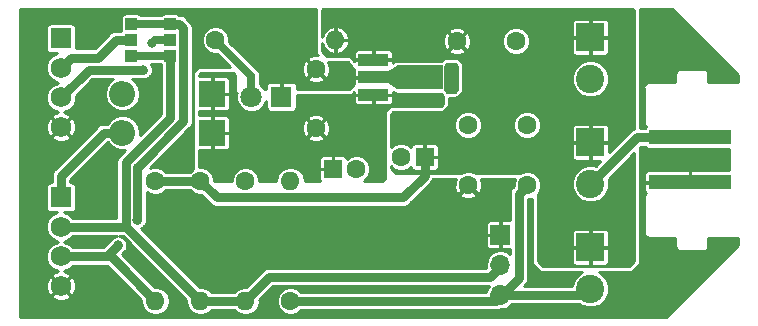
<source format=gbr>
G04 #@! TF.GenerationSoftware,KiCad,Pcbnew,5.0.0*
G04 #@! TF.CreationDate,2018-08-13T20:41:57+02:00*
G04 #@! TF.ProjectId,bobbycar,626F6262796361722E6B696361645F70,rev?*
G04 #@! TF.SameCoordinates,Original*
G04 #@! TF.FileFunction,Copper,L1,Top,Signal*
G04 #@! TF.FilePolarity,Positive*
%FSLAX46Y46*%
G04 Gerber Fmt 4.6, Leading zero omitted, Abs format (unit mm)*
G04 Created by KiCad (PCBNEW 5.0.0) date Mon Aug 13 20:41:57 2018*
%MOMM*%
%LPD*%
G01*
G04 APERTURE LIST*
G04 #@! TA.AperFunction,ComponentPad*
%ADD10C,1.600000*%
G04 #@! TD*
G04 #@! TA.AperFunction,ComponentPad*
%ADD11O,1.600000X1.600000*%
G04 #@! TD*
G04 #@! TA.AperFunction,ComponentPad*
%ADD12O,2.200000X2.200000*%
G04 #@! TD*
G04 #@! TA.AperFunction,ComponentPad*
%ADD13R,2.200000X2.200000*%
G04 #@! TD*
G04 #@! TA.AperFunction,SMDPad,CuDef*
%ADD14R,2.500000X1.000000*%
G04 #@! TD*
G04 #@! TA.AperFunction,SMDPad,CuDef*
%ADD15R,4.000000X2.000000*%
G04 #@! TD*
G04 #@! TA.AperFunction,SMDPad,CuDef*
%ADD16C,0.750000*%
G04 #@! TD*
G04 #@! TA.AperFunction,Conductor*
%ADD17C,0.100000*%
G04 #@! TD*
G04 #@! TA.AperFunction,ComponentPad*
%ADD18R,1.700000X1.700000*%
G04 #@! TD*
G04 #@! TA.AperFunction,ComponentPad*
%ADD19O,1.700000X1.700000*%
G04 #@! TD*
G04 #@! TA.AperFunction,ComponentPad*
%ADD20R,1.600000X1.600000*%
G04 #@! TD*
G04 #@! TA.AperFunction,ComponentPad*
%ADD21C,1.750000*%
G04 #@! TD*
G04 #@! TA.AperFunction,ComponentPad*
%ADD22R,1.750000X1.750000*%
G04 #@! TD*
G04 #@! TA.AperFunction,ComponentPad*
%ADD23R,2.400000X2.400000*%
G04 #@! TD*
G04 #@! TA.AperFunction,ComponentPad*
%ADD24C,2.400000*%
G04 #@! TD*
G04 #@! TA.AperFunction,ComponentPad*
%ADD25R,1.800000X1.800000*%
G04 #@! TD*
G04 #@! TA.AperFunction,ComponentPad*
%ADD26C,1.800000*%
G04 #@! TD*
G04 #@! TA.AperFunction,SMDPad,CuDef*
%ADD27R,1.000000X1.000000*%
G04 #@! TD*
G04 #@! TA.AperFunction,SMDPad,CuDef*
%ADD28R,7.000000X1.270000*%
G04 #@! TD*
G04 #@! TA.AperFunction,ViaPad*
%ADD29C,0.800000*%
G04 #@! TD*
G04 #@! TA.AperFunction,Conductor*
%ADD30C,0.800000*%
G04 #@! TD*
G04 #@! TA.AperFunction,Conductor*
%ADD31C,0.700000*%
G04 #@! TD*
G04 #@! TA.AperFunction,Conductor*
%ADD32C,0.254000*%
G04 #@! TD*
G04 APERTURE END LIST*
D10*
G04 #@! TO.P,C2,2*
G04 #@! TO.N,GND*
X139018000Y-100965000D03*
G04 #@! TO.P,C2,1*
G04 #@! TO.N,RX*
X144018000Y-100965000D03*
G04 #@! TD*
G04 #@! TO.P,C3,1*
G04 #@! TO.N,VDD*
X126111000Y-96139000D03*
G04 #@! TO.P,C3,2*
G04 #@! TO.N,GND*
X126111000Y-91139000D03*
G04 #@! TD*
G04 #@! TO.P,C4,2*
G04 #@! TO.N,GND*
X143049000Y-88773000D03*
G04 #@! TO.P,C4,1*
G04 #@! TO.N,VCC*
X138049000Y-88773000D03*
G04 #@! TD*
G04 #@! TO.P,C1,1*
G04 #@! TO.N,GND*
X139001500Y-95885000D03*
G04 #@! TO.P,C1,2*
G04 #@! TO.N,TX*
X144001500Y-95885000D03*
G04 #@! TD*
D11*
G04 #@! TO.P,R2,2*
G04 #@! TO.N,GND*
X123952000Y-100584000D03*
D10*
G04 #@! TO.P,R2,1*
G04 #@! TO.N,RX*
X123952000Y-110744000D03*
G04 #@! TD*
D12*
G04 #@! TO.P,D1,2*
G04 #@! TO.N,Net-(D1-Pad2)*
X109728000Y-93218000D03*
D13*
G04 #@! TO.P,D1,1*
G04 #@! TO.N,VDD*
X117348000Y-93218000D03*
G04 #@! TD*
G04 #@! TO.P,D2,1*
G04 #@! TO.N,VDD*
X117348000Y-96520000D03*
D12*
G04 #@! TO.P,D2,2*
G04 #@! TO.N,Net-(D2-Pad2)*
X109728000Y-96520000D03*
G04 #@! TD*
D14*
G04 #@! TO.P,U1,1*
G04 #@! TO.N,VCC*
X130978000Y-90321000D03*
G04 #@! TO.P,U1,2*
G04 #@! TO.N,GND*
X130978000Y-91821000D03*
G04 #@! TO.P,U1,3*
G04 #@! TO.N,VDD*
X130978000Y-93321000D03*
D15*
G04 #@! TO.P,U1,2*
G04 #@! TO.N,GND*
X134938000Y-91821000D03*
D16*
X132588000Y-91821000D03*
D17*
G04 #@! TD*
G04 #@! TO.N,GND*
G04 #@! TO.C,U1*
G36*
X132963000Y-92821000D02*
X132213000Y-92321000D01*
X132213000Y-91321000D01*
X132963000Y-90821000D01*
X132963000Y-92821000D01*
X132963000Y-92821000D01*
G37*
D18*
G04 #@! TO.P,UART1,1*
G04 #@! TO.N,GND*
X141732000Y-105156000D03*
D19*
G04 #@! TO.P,UART1,2*
G04 #@! TO.N,TX*
X141732000Y-107696000D03*
G04 #@! TO.P,UART1,3*
G04 #@! TO.N,RX*
X141732000Y-110236000D03*
G04 #@! TD*
D10*
G04 #@! TO.P,R1,1*
G04 #@! TO.N,GND*
X120142000Y-100584000D03*
D11*
G04 #@! TO.P,R1,2*
G04 #@! TO.N,TX*
X120142000Y-110744000D03*
G04 #@! TD*
D10*
G04 #@! TO.P,R3,1*
G04 #@! TO.N,Net-(D3-Pad2)*
X117602000Y-88646000D03*
D11*
G04 #@! TO.P,R3,2*
G04 #@! TO.N,VCC*
X127762000Y-88646000D03*
G04 #@! TD*
G04 #@! TO.P,R4,2*
G04 #@! TO.N,RX*
X112522000Y-110744000D03*
D10*
G04 #@! TO.P,R4,1*
G04 #@! TO.N,VCC*
X112522000Y-100584000D03*
G04 #@! TD*
G04 #@! TO.P,R5,1*
G04 #@! TO.N,VCC*
X116332000Y-100584000D03*
D11*
G04 #@! TO.P,R5,2*
G04 #@! TO.N,TX*
X116332000Y-110744000D03*
G04 #@! TD*
D10*
G04 #@! TO.P,C5,2*
G04 #@! TO.N,GND*
X129540000Y-99568000D03*
D20*
G04 #@! TO.P,C5,1*
G04 #@! TO.N,VDD*
X127540000Y-99568000D03*
G04 #@! TD*
G04 #@! TO.P,C6,1*
G04 #@! TO.N,VCC*
X135318500Y-98552000D03*
D10*
G04 #@! TO.P,C6,2*
G04 #@! TO.N,GND*
X133318500Y-98552000D03*
G04 #@! TD*
D21*
G04 #@! TO.P,J1,4*
G04 #@! TO.N,GND*
X104521000Y-96019000D03*
G04 #@! TO.P,J1,3*
G04 #@! TO.N,RX.1*
X104521000Y-93519000D03*
G04 #@! TO.P,J1,2*
G04 #@! TO.N,TX.1*
X104521000Y-91019000D03*
D22*
G04 #@! TO.P,J1,1*
G04 #@! TO.N,Net-(D1-Pad2)*
X104521000Y-88519000D03*
G04 #@! TD*
G04 #@! TO.P,J2,1*
G04 #@! TO.N,Net-(D2-Pad2)*
X104521000Y-101981000D03*
D21*
G04 #@! TO.P,J2,2*
G04 #@! TO.N,TX*
X104521000Y-104481000D03*
G04 #@! TO.P,J2,3*
G04 #@! TO.N,RX*
X104521000Y-106981000D03*
G04 #@! TO.P,J2,4*
G04 #@! TO.N,GND*
X104521000Y-109481000D03*
G04 #@! TD*
D23*
G04 #@! TO.P,J4,1*
G04 #@! TO.N,VCC*
X149352000Y-106228000D03*
D24*
G04 #@! TO.P,J4,2*
G04 #@! TO.N,RX*
X149352000Y-109728000D03*
G04 #@! TD*
G04 #@! TO.P,J5,2*
G04 #@! TO.N,GND*
X149352000Y-91948000D03*
D23*
G04 #@! TO.P,J5,1*
G04 #@! TO.N,VCC*
X149352000Y-88448000D03*
G04 #@! TD*
G04 #@! TO.P,J3,1*
G04 #@! TO.N,VCC*
X149352000Y-97338000D03*
D24*
G04 #@! TO.P,J3,2*
G04 #@! TO.N,TX*
X149352000Y-100838000D03*
G04 #@! TD*
D25*
G04 #@! TO.P,D3,1*
G04 #@! TO.N,GND*
X123190000Y-93472000D03*
D26*
G04 #@! TO.P,D3,2*
G04 #@! TO.N,Net-(D3-Pad2)*
X120650000Y-93472000D03*
G04 #@! TD*
D27*
G04 #@! TO.P,JP1,2*
G04 #@! TO.N,TX.1*
X110490000Y-88646000D03*
G04 #@! TO.P,JP1,3*
G04 #@! TO.N,RX*
X110490000Y-87296000D03*
G04 #@! TO.P,JP1,1*
G04 #@! TO.N,TX*
X110490000Y-89996000D03*
G04 #@! TD*
G04 #@! TO.P,JP2,1*
G04 #@! TO.N,TX*
X113792000Y-89996000D03*
G04 #@! TO.P,JP2,3*
G04 #@! TO.N,RX*
X113792000Y-87296000D03*
G04 #@! TO.P,JP2,2*
G04 #@! TO.N,RX.1*
X113792000Y-88646000D03*
G04 #@! TD*
D28*
G04 #@! TO.P,J6,2*
G04 #@! TO.N,TX*
X157792800Y-96906000D03*
G04 #@! TO.P,J6,1*
G04 #@! TO.N,GND*
X157792800Y-100706000D03*
G04 #@! TD*
D29*
G04 #@! TO.N,VCC*
X152654000Y-95631000D03*
G04 #@! TO.N,RX*
X109347000Y-106045000D03*
X110998000Y-103886000D03*
G04 #@! TO.N,GND*
X155448000Y-98806000D03*
X159385000Y-98806000D03*
X154051000Y-106299000D03*
X117094000Y-109474000D03*
X146812000Y-108966000D03*
X137541000Y-92646500D03*
X137541000Y-91821000D03*
X137541000Y-90995500D03*
X153924000Y-90805000D03*
X106045000Y-105664000D03*
X106172000Y-103251000D03*
X108585000Y-98425000D03*
X112268000Y-102616000D03*
X137541000Y-101092000D03*
G04 #@! TO.N,RX.1*
X112268000Y-88900000D03*
X111506000Y-91186000D03*
G04 #@! TD*
D30*
G04 #@! TO.N,VCC*
X116332000Y-100584000D02*
X117732001Y-101984001D01*
X117732001Y-101984001D02*
X133486499Y-101984001D01*
X133486499Y-101984001D02*
X135318500Y-100152000D01*
X135318500Y-100152000D02*
X135318500Y-98552000D01*
X112522000Y-100584000D02*
X116332000Y-100584000D01*
G04 #@! TO.N,RX*
X108752000Y-106640000D02*
X108411000Y-106981000D01*
X108411000Y-106981000D02*
X104521000Y-106981000D01*
X143309001Y-101673999D02*
X143309001Y-108785999D01*
X143309001Y-108785999D02*
X141859000Y-110236000D01*
X144018000Y-100965000D02*
X143309001Y-101673999D01*
X108752000Y-106974000D02*
X108752000Y-106640000D01*
X108752000Y-106640000D02*
X109347000Y-106045000D01*
D31*
X113792000Y-87296000D02*
X110490000Y-87296000D01*
D30*
X141859000Y-110236000D02*
X148844000Y-110236000D01*
X148844000Y-110236000D02*
X149352000Y-109728000D01*
X123952000Y-110744000D02*
X141351000Y-110744000D01*
X141351000Y-110744000D02*
X141859000Y-110236000D01*
X114892001Y-95546999D02*
X114892001Y-87665999D01*
X111006613Y-99449613D02*
X110998000Y-99441000D01*
X110998000Y-103886000D02*
X110998000Y-99458226D01*
X114892001Y-95546999D02*
X111006613Y-99449613D01*
X110998000Y-99458226D02*
X111006613Y-99449613D01*
X114522002Y-87296000D02*
X114892001Y-87665999D01*
X113792000Y-87296000D02*
X114522002Y-87296000D01*
X112522000Y-110744000D02*
X108752000Y-106974000D01*
G04 #@! TO.N,RX.1*
X104521000Y-93519000D02*
X106854000Y-91186000D01*
X106854000Y-91186000D02*
X111506000Y-91186000D01*
D31*
X113792000Y-88646000D02*
X112522000Y-88646000D01*
X112522000Y-88646000D02*
X112268000Y-88900000D01*
D30*
G04 #@! TO.N,TX.1*
X105395999Y-90144001D02*
X107691999Y-90144001D01*
X107691999Y-90144001D02*
X109190000Y-88646000D01*
X109190000Y-88646000D02*
X110490000Y-88646000D01*
X104521000Y-91019000D02*
X105395999Y-90144001D01*
X105395999Y-90144001D02*
X105737435Y-90144001D01*
D31*
G04 #@! TO.N,Net-(D3-Pad2)*
X120650000Y-93472000D02*
X120650000Y-91694000D01*
X120650000Y-91694000D02*
X117602000Y-88646000D01*
D30*
G04 #@! TO.N,Net-(D2-Pad2)*
X104521000Y-101981000D02*
X104521000Y-100171366D01*
X104521000Y-100171366D02*
X108172366Y-96520000D01*
X108172366Y-96520000D02*
X109728000Y-96520000D01*
D31*
X109347000Y-96520000D02*
X109728000Y-96520000D01*
D30*
G04 #@! TO.N,TX*
X104521000Y-104481000D02*
X109926984Y-104481000D01*
X109926984Y-104481000D02*
X109997992Y-104409992D01*
X110062000Y-104474000D02*
X110015000Y-104521000D01*
X113792000Y-89996000D02*
X113792000Y-95232774D01*
X113792000Y-95232774D02*
X109997992Y-99026782D01*
X109997992Y-99026782D02*
X109997992Y-104409992D01*
X109997992Y-104409992D02*
X110062000Y-104474000D01*
D31*
X110490000Y-89996000D02*
X113792000Y-89996000D01*
D30*
X138684000Y-108712000D02*
X140843000Y-108712000D01*
X140843000Y-108712000D02*
X141859000Y-107696000D01*
X122174000Y-108712000D02*
X138684000Y-108712000D01*
X120142000Y-110744000D02*
X122174000Y-108712000D01*
X138684000Y-108712000D02*
X138699990Y-108727990D01*
X158267400Y-96906000D02*
X153284000Y-96906000D01*
X153284000Y-96906000D02*
X149352000Y-100838000D01*
X110062000Y-104474000D02*
X116332000Y-110744000D01*
X120142000Y-110744000D02*
X116332000Y-110744000D01*
X149484000Y-100706000D02*
X149352000Y-100838000D01*
G04 #@! TD*
D32*
G04 #@! TO.N,VCC*
G36*
X153035000Y-86158606D02*
X153035000Y-96159229D01*
X152979269Y-96170315D01*
X152720931Y-96342931D01*
X152677359Y-96408141D01*
X150933000Y-98152500D01*
X150933000Y-97456250D01*
X150837750Y-97361000D01*
X149375000Y-97361000D01*
X149375000Y-98823750D01*
X149470250Y-98919000D01*
X150166500Y-98919000D01*
X149781046Y-99304454D01*
X149666481Y-99257000D01*
X149037519Y-99257000D01*
X148456435Y-99497693D01*
X148011693Y-99942435D01*
X147771000Y-100523519D01*
X147771000Y-101152481D01*
X148011693Y-101733565D01*
X148456435Y-102178307D01*
X149037519Y-102419000D01*
X149666481Y-102419000D01*
X150247565Y-102178307D01*
X150692307Y-101733565D01*
X150933000Y-101152481D01*
X150933000Y-100523519D01*
X150885546Y-100408954D01*
X153035000Y-98259500D01*
X153035000Y-107389394D01*
X152601394Y-107823000D01*
X145340606Y-107823000D01*
X144907000Y-107389394D01*
X144907000Y-106346250D01*
X147771000Y-106346250D01*
X147771000Y-107503786D01*
X147829004Y-107643820D01*
X147936181Y-107750996D01*
X148076215Y-107809000D01*
X149233750Y-107809000D01*
X149329000Y-107713750D01*
X149329000Y-106251000D01*
X149375000Y-106251000D01*
X149375000Y-107713750D01*
X149470250Y-107809000D01*
X150627785Y-107809000D01*
X150767819Y-107750996D01*
X150874996Y-107643820D01*
X150933000Y-107503786D01*
X150933000Y-106346250D01*
X150837750Y-106251000D01*
X149375000Y-106251000D01*
X149329000Y-106251000D01*
X147866250Y-106251000D01*
X147771000Y-106346250D01*
X144907000Y-106346250D01*
X144907000Y-104952214D01*
X147771000Y-104952214D01*
X147771000Y-106109750D01*
X147866250Y-106205000D01*
X149329000Y-106205000D01*
X149329000Y-104742250D01*
X149375000Y-104742250D01*
X149375000Y-106205000D01*
X150837750Y-106205000D01*
X150933000Y-106109750D01*
X150933000Y-104952214D01*
X150874996Y-104812180D01*
X150767819Y-104705004D01*
X150627785Y-104647000D01*
X149470250Y-104647000D01*
X149375000Y-104742250D01*
X149329000Y-104742250D01*
X149233750Y-104647000D01*
X148076215Y-104647000D01*
X147936181Y-104705004D01*
X147829004Y-104812180D01*
X147771000Y-104952214D01*
X144907000Y-104952214D01*
X144907000Y-101746186D01*
X145019203Y-101633983D01*
X145199000Y-101199915D01*
X145199000Y-100730085D01*
X145019203Y-100296017D01*
X144686983Y-99963797D01*
X144252915Y-99784000D01*
X143783085Y-99784000D01*
X143384740Y-99949000D01*
X139651260Y-99949000D01*
X139252915Y-99784000D01*
X138783085Y-99784000D01*
X138384740Y-99949000D01*
X132894606Y-99949000D01*
X132461000Y-99515394D01*
X132461000Y-99364686D01*
X132649517Y-99553203D01*
X133083585Y-99733000D01*
X133553415Y-99733000D01*
X133987483Y-99553203D01*
X134137500Y-99403186D01*
X134137500Y-99427785D01*
X134195504Y-99567819D01*
X134302680Y-99674996D01*
X134442714Y-99733000D01*
X135200250Y-99733000D01*
X135295500Y-99637750D01*
X135295500Y-98575000D01*
X135341500Y-98575000D01*
X135341500Y-99637750D01*
X135436750Y-99733000D01*
X136194286Y-99733000D01*
X136334320Y-99674996D01*
X136441496Y-99567819D01*
X136499500Y-99427785D01*
X136499500Y-98670250D01*
X136404250Y-98575000D01*
X135341500Y-98575000D01*
X135295500Y-98575000D01*
X135275500Y-98575000D01*
X135275500Y-98529000D01*
X135295500Y-98529000D01*
X135295500Y-97466250D01*
X135341500Y-97466250D01*
X135341500Y-98529000D01*
X136404250Y-98529000D01*
X136499500Y-98433750D01*
X136499500Y-97676215D01*
X136441496Y-97536181D01*
X136361566Y-97456250D01*
X147771000Y-97456250D01*
X147771000Y-98613786D01*
X147829004Y-98753820D01*
X147936181Y-98860996D01*
X148076215Y-98919000D01*
X149233750Y-98919000D01*
X149329000Y-98823750D01*
X149329000Y-97361000D01*
X147866250Y-97361000D01*
X147771000Y-97456250D01*
X136361566Y-97456250D01*
X136334320Y-97429004D01*
X136194286Y-97371000D01*
X135436750Y-97371000D01*
X135341500Y-97466250D01*
X135295500Y-97466250D01*
X135200250Y-97371000D01*
X134442714Y-97371000D01*
X134302680Y-97429004D01*
X134195504Y-97536181D01*
X134137500Y-97676215D01*
X134137500Y-97700814D01*
X133987483Y-97550797D01*
X133553415Y-97371000D01*
X133083585Y-97371000D01*
X132649517Y-97550797D01*
X132461000Y-97739314D01*
X132461000Y-95650085D01*
X137820500Y-95650085D01*
X137820500Y-96119915D01*
X138000297Y-96553983D01*
X138332517Y-96886203D01*
X138766585Y-97066000D01*
X139236415Y-97066000D01*
X139670483Y-96886203D01*
X140002703Y-96553983D01*
X140182500Y-96119915D01*
X140182500Y-95650085D01*
X142820500Y-95650085D01*
X142820500Y-96119915D01*
X143000297Y-96553983D01*
X143332517Y-96886203D01*
X143766585Y-97066000D01*
X144236415Y-97066000D01*
X144670483Y-96886203D01*
X145002703Y-96553983D01*
X145182500Y-96119915D01*
X145182500Y-96062214D01*
X147771000Y-96062214D01*
X147771000Y-97219750D01*
X147866250Y-97315000D01*
X149329000Y-97315000D01*
X149329000Y-95852250D01*
X149375000Y-95852250D01*
X149375000Y-97315000D01*
X150837750Y-97315000D01*
X150933000Y-97219750D01*
X150933000Y-96062214D01*
X150874996Y-95922180D01*
X150767819Y-95815004D01*
X150627785Y-95757000D01*
X149470250Y-95757000D01*
X149375000Y-95852250D01*
X149329000Y-95852250D01*
X149233750Y-95757000D01*
X148076215Y-95757000D01*
X147936181Y-95815004D01*
X147829004Y-95922180D01*
X147771000Y-96062214D01*
X145182500Y-96062214D01*
X145182500Y-95650085D01*
X145002703Y-95216017D01*
X144670483Y-94883797D01*
X144236415Y-94704000D01*
X143766585Y-94704000D01*
X143332517Y-94883797D01*
X143000297Y-95216017D01*
X142820500Y-95650085D01*
X140182500Y-95650085D01*
X140002703Y-95216017D01*
X139670483Y-94883797D01*
X139236415Y-94704000D01*
X138766585Y-94704000D01*
X138332517Y-94883797D01*
X138000297Y-95216017D01*
X137820500Y-95650085D01*
X132461000Y-95650085D01*
X132461000Y-94996000D01*
X132651500Y-94742000D01*
X136779000Y-94742000D01*
X136924802Y-94712998D01*
X137048408Y-94630408D01*
X137302408Y-94376408D01*
X137384998Y-94252802D01*
X137414000Y-94107000D01*
X137414000Y-93535500D01*
X137922000Y-93535500D01*
X138067802Y-93506498D01*
X138191408Y-93423908D01*
X138445408Y-93169908D01*
X138527998Y-93046302D01*
X138557000Y-92900500D01*
X138557000Y-91633519D01*
X147771000Y-91633519D01*
X147771000Y-92262481D01*
X148011693Y-92843565D01*
X148456435Y-93288307D01*
X149037519Y-93529000D01*
X149666481Y-93529000D01*
X150247565Y-93288307D01*
X150692307Y-92843565D01*
X150933000Y-92262481D01*
X150933000Y-91633519D01*
X150692307Y-91052435D01*
X150247565Y-90607693D01*
X149666481Y-90367000D01*
X149037519Y-90367000D01*
X148456435Y-90607693D01*
X148011693Y-91052435D01*
X147771000Y-91633519D01*
X138557000Y-91633519D01*
X138557000Y-90805000D01*
X138527998Y-90659198D01*
X138445408Y-90535592D01*
X138191408Y-90281592D01*
X138067802Y-90199002D01*
X137922000Y-90170000D01*
X137160000Y-90170000D01*
X137014198Y-90199002D01*
X136890592Y-90281592D01*
X136739648Y-90432536D01*
X132938000Y-90432536D01*
X132900803Y-90439935D01*
X132887613Y-90439921D01*
X132875292Y-90445009D01*
X132789341Y-90462106D01*
X132663314Y-90546314D01*
X132654156Y-90560020D01*
X132609000Y-90590124D01*
X132609000Y-90439250D01*
X132513750Y-90344000D01*
X131001000Y-90344000D01*
X131001000Y-90364000D01*
X130955000Y-90364000D01*
X130955000Y-90344000D01*
X129442250Y-90344000D01*
X129353104Y-90433146D01*
X129066064Y-90088697D01*
X129027524Y-90057549D01*
X128968500Y-90043000D01*
X127052606Y-90043000D01*
X126619000Y-89609394D01*
X126619000Y-88923328D01*
X126793212Y-89321437D01*
X127125435Y-89640762D01*
X127554569Y-89808643D01*
X127739000Y-89731528D01*
X127739000Y-88669000D01*
X127785000Y-88669000D01*
X127785000Y-89731528D01*
X127969431Y-89808643D01*
X128131566Y-89745214D01*
X129347000Y-89745214D01*
X129347000Y-90202750D01*
X129442250Y-90298000D01*
X130955000Y-90298000D01*
X130955000Y-89535250D01*
X131001000Y-89535250D01*
X131001000Y-90298000D01*
X132513750Y-90298000D01*
X132609000Y-90202750D01*
X132609000Y-89745214D01*
X132550996Y-89605180D01*
X132519012Y-89573196D01*
X137281331Y-89573196D01*
X137359963Y-89760509D01*
X137790316Y-89949023D01*
X138260051Y-89958498D01*
X138697656Y-89787492D01*
X138738037Y-89760509D01*
X138816669Y-89573196D01*
X138049000Y-88805527D01*
X137281331Y-89573196D01*
X132519012Y-89573196D01*
X132443819Y-89498004D01*
X132303785Y-89440000D01*
X131096250Y-89440000D01*
X131001000Y-89535250D01*
X130955000Y-89535250D01*
X130859750Y-89440000D01*
X129652215Y-89440000D01*
X129512181Y-89498004D01*
X129405004Y-89605180D01*
X129347000Y-89745214D01*
X128131566Y-89745214D01*
X128398565Y-89640762D01*
X128730788Y-89321437D01*
X128878427Y-88984051D01*
X136863502Y-88984051D01*
X137034508Y-89421656D01*
X137061491Y-89462037D01*
X137248804Y-89540669D01*
X138016473Y-88773000D01*
X138081527Y-88773000D01*
X138849196Y-89540669D01*
X139036509Y-89462037D01*
X139225023Y-89031684D01*
X139234498Y-88561949D01*
X139225173Y-88538085D01*
X141868000Y-88538085D01*
X141868000Y-89007915D01*
X142047797Y-89441983D01*
X142380017Y-89774203D01*
X142814085Y-89954000D01*
X143283915Y-89954000D01*
X143717983Y-89774203D01*
X144050203Y-89441983D01*
X144230000Y-89007915D01*
X144230000Y-88566250D01*
X147771000Y-88566250D01*
X147771000Y-89723786D01*
X147829004Y-89863820D01*
X147936181Y-89970996D01*
X148076215Y-90029000D01*
X149233750Y-90029000D01*
X149329000Y-89933750D01*
X149329000Y-88471000D01*
X149375000Y-88471000D01*
X149375000Y-89933750D01*
X149470250Y-90029000D01*
X150627785Y-90029000D01*
X150767819Y-89970996D01*
X150874996Y-89863820D01*
X150933000Y-89723786D01*
X150933000Y-88566250D01*
X150837750Y-88471000D01*
X149375000Y-88471000D01*
X149329000Y-88471000D01*
X147866250Y-88471000D01*
X147771000Y-88566250D01*
X144230000Y-88566250D01*
X144230000Y-88538085D01*
X144050203Y-88104017D01*
X143717983Y-87771797D01*
X143283915Y-87592000D01*
X142814085Y-87592000D01*
X142380017Y-87771797D01*
X142047797Y-88104017D01*
X141868000Y-88538085D01*
X139225173Y-88538085D01*
X139063492Y-88124344D01*
X139036509Y-88083963D01*
X138849196Y-88005331D01*
X138081527Y-88773000D01*
X138016473Y-88773000D01*
X137248804Y-88005331D01*
X137061491Y-88083963D01*
X136872977Y-88514316D01*
X136863502Y-88984051D01*
X128878427Y-88984051D01*
X128915522Y-88899283D01*
X128924641Y-88853431D01*
X128847506Y-88669000D01*
X127785000Y-88669000D01*
X127739000Y-88669000D01*
X127719000Y-88669000D01*
X127719000Y-88623000D01*
X127739000Y-88623000D01*
X127739000Y-87560472D01*
X127785000Y-87560472D01*
X127785000Y-88623000D01*
X128847506Y-88623000D01*
X128924641Y-88438569D01*
X128915522Y-88392717D01*
X128731769Y-87972804D01*
X137281331Y-87972804D01*
X138049000Y-88740473D01*
X138816669Y-87972804D01*
X138738037Y-87785491D01*
X138307684Y-87596977D01*
X137837949Y-87587502D01*
X137400344Y-87758508D01*
X137359963Y-87785491D01*
X137281331Y-87972804D01*
X128731769Y-87972804D01*
X128730788Y-87970563D01*
X128398565Y-87651238D01*
X127969431Y-87483357D01*
X127785000Y-87560472D01*
X127739000Y-87560472D01*
X127554569Y-87483357D01*
X127125435Y-87651238D01*
X126793212Y-87970563D01*
X126619000Y-88368672D01*
X126619000Y-87172214D01*
X147771000Y-87172214D01*
X147771000Y-88329750D01*
X147866250Y-88425000D01*
X149329000Y-88425000D01*
X149329000Y-86962250D01*
X149375000Y-86962250D01*
X149375000Y-88425000D01*
X150837750Y-88425000D01*
X150933000Y-88329750D01*
X150933000Y-87172214D01*
X150874996Y-87032180D01*
X150767819Y-86925004D01*
X150627785Y-86867000D01*
X149470250Y-86867000D01*
X149375000Y-86962250D01*
X149329000Y-86962250D01*
X149233750Y-86867000D01*
X148076215Y-86867000D01*
X147936181Y-86925004D01*
X147829004Y-87032180D01*
X147771000Y-87172214D01*
X126619000Y-87172214D01*
X126619000Y-86158606D01*
X126748606Y-86029000D01*
X152905394Y-86029000D01*
X153035000Y-86158606D01*
X153035000Y-86158606D01*
G37*
X153035000Y-86158606D02*
X153035000Y-96159229D01*
X152979269Y-96170315D01*
X152720931Y-96342931D01*
X152677359Y-96408141D01*
X150933000Y-98152500D01*
X150933000Y-97456250D01*
X150837750Y-97361000D01*
X149375000Y-97361000D01*
X149375000Y-98823750D01*
X149470250Y-98919000D01*
X150166500Y-98919000D01*
X149781046Y-99304454D01*
X149666481Y-99257000D01*
X149037519Y-99257000D01*
X148456435Y-99497693D01*
X148011693Y-99942435D01*
X147771000Y-100523519D01*
X147771000Y-101152481D01*
X148011693Y-101733565D01*
X148456435Y-102178307D01*
X149037519Y-102419000D01*
X149666481Y-102419000D01*
X150247565Y-102178307D01*
X150692307Y-101733565D01*
X150933000Y-101152481D01*
X150933000Y-100523519D01*
X150885546Y-100408954D01*
X153035000Y-98259500D01*
X153035000Y-107389394D01*
X152601394Y-107823000D01*
X145340606Y-107823000D01*
X144907000Y-107389394D01*
X144907000Y-106346250D01*
X147771000Y-106346250D01*
X147771000Y-107503786D01*
X147829004Y-107643820D01*
X147936181Y-107750996D01*
X148076215Y-107809000D01*
X149233750Y-107809000D01*
X149329000Y-107713750D01*
X149329000Y-106251000D01*
X149375000Y-106251000D01*
X149375000Y-107713750D01*
X149470250Y-107809000D01*
X150627785Y-107809000D01*
X150767819Y-107750996D01*
X150874996Y-107643820D01*
X150933000Y-107503786D01*
X150933000Y-106346250D01*
X150837750Y-106251000D01*
X149375000Y-106251000D01*
X149329000Y-106251000D01*
X147866250Y-106251000D01*
X147771000Y-106346250D01*
X144907000Y-106346250D01*
X144907000Y-104952214D01*
X147771000Y-104952214D01*
X147771000Y-106109750D01*
X147866250Y-106205000D01*
X149329000Y-106205000D01*
X149329000Y-104742250D01*
X149375000Y-104742250D01*
X149375000Y-106205000D01*
X150837750Y-106205000D01*
X150933000Y-106109750D01*
X150933000Y-104952214D01*
X150874996Y-104812180D01*
X150767819Y-104705004D01*
X150627785Y-104647000D01*
X149470250Y-104647000D01*
X149375000Y-104742250D01*
X149329000Y-104742250D01*
X149233750Y-104647000D01*
X148076215Y-104647000D01*
X147936181Y-104705004D01*
X147829004Y-104812180D01*
X147771000Y-104952214D01*
X144907000Y-104952214D01*
X144907000Y-101746186D01*
X145019203Y-101633983D01*
X145199000Y-101199915D01*
X145199000Y-100730085D01*
X145019203Y-100296017D01*
X144686983Y-99963797D01*
X144252915Y-99784000D01*
X143783085Y-99784000D01*
X143384740Y-99949000D01*
X139651260Y-99949000D01*
X139252915Y-99784000D01*
X138783085Y-99784000D01*
X138384740Y-99949000D01*
X132894606Y-99949000D01*
X132461000Y-99515394D01*
X132461000Y-99364686D01*
X132649517Y-99553203D01*
X133083585Y-99733000D01*
X133553415Y-99733000D01*
X133987483Y-99553203D01*
X134137500Y-99403186D01*
X134137500Y-99427785D01*
X134195504Y-99567819D01*
X134302680Y-99674996D01*
X134442714Y-99733000D01*
X135200250Y-99733000D01*
X135295500Y-99637750D01*
X135295500Y-98575000D01*
X135341500Y-98575000D01*
X135341500Y-99637750D01*
X135436750Y-99733000D01*
X136194286Y-99733000D01*
X136334320Y-99674996D01*
X136441496Y-99567819D01*
X136499500Y-99427785D01*
X136499500Y-98670250D01*
X136404250Y-98575000D01*
X135341500Y-98575000D01*
X135295500Y-98575000D01*
X135275500Y-98575000D01*
X135275500Y-98529000D01*
X135295500Y-98529000D01*
X135295500Y-97466250D01*
X135341500Y-97466250D01*
X135341500Y-98529000D01*
X136404250Y-98529000D01*
X136499500Y-98433750D01*
X136499500Y-97676215D01*
X136441496Y-97536181D01*
X136361566Y-97456250D01*
X147771000Y-97456250D01*
X147771000Y-98613786D01*
X147829004Y-98753820D01*
X147936181Y-98860996D01*
X148076215Y-98919000D01*
X149233750Y-98919000D01*
X149329000Y-98823750D01*
X149329000Y-97361000D01*
X147866250Y-97361000D01*
X147771000Y-97456250D01*
X136361566Y-97456250D01*
X136334320Y-97429004D01*
X136194286Y-97371000D01*
X135436750Y-97371000D01*
X135341500Y-97466250D01*
X135295500Y-97466250D01*
X135200250Y-97371000D01*
X134442714Y-97371000D01*
X134302680Y-97429004D01*
X134195504Y-97536181D01*
X134137500Y-97676215D01*
X134137500Y-97700814D01*
X133987483Y-97550797D01*
X133553415Y-97371000D01*
X133083585Y-97371000D01*
X132649517Y-97550797D01*
X132461000Y-97739314D01*
X132461000Y-95650085D01*
X137820500Y-95650085D01*
X137820500Y-96119915D01*
X138000297Y-96553983D01*
X138332517Y-96886203D01*
X138766585Y-97066000D01*
X139236415Y-97066000D01*
X139670483Y-96886203D01*
X140002703Y-96553983D01*
X140182500Y-96119915D01*
X140182500Y-95650085D01*
X142820500Y-95650085D01*
X142820500Y-96119915D01*
X143000297Y-96553983D01*
X143332517Y-96886203D01*
X143766585Y-97066000D01*
X144236415Y-97066000D01*
X144670483Y-96886203D01*
X145002703Y-96553983D01*
X145182500Y-96119915D01*
X145182500Y-96062214D01*
X147771000Y-96062214D01*
X147771000Y-97219750D01*
X147866250Y-97315000D01*
X149329000Y-97315000D01*
X149329000Y-95852250D01*
X149375000Y-95852250D01*
X149375000Y-97315000D01*
X150837750Y-97315000D01*
X150933000Y-97219750D01*
X150933000Y-96062214D01*
X150874996Y-95922180D01*
X150767819Y-95815004D01*
X150627785Y-95757000D01*
X149470250Y-95757000D01*
X149375000Y-95852250D01*
X149329000Y-95852250D01*
X149233750Y-95757000D01*
X148076215Y-95757000D01*
X147936181Y-95815004D01*
X147829004Y-95922180D01*
X147771000Y-96062214D01*
X145182500Y-96062214D01*
X145182500Y-95650085D01*
X145002703Y-95216017D01*
X144670483Y-94883797D01*
X144236415Y-94704000D01*
X143766585Y-94704000D01*
X143332517Y-94883797D01*
X143000297Y-95216017D01*
X142820500Y-95650085D01*
X140182500Y-95650085D01*
X140002703Y-95216017D01*
X139670483Y-94883797D01*
X139236415Y-94704000D01*
X138766585Y-94704000D01*
X138332517Y-94883797D01*
X138000297Y-95216017D01*
X137820500Y-95650085D01*
X132461000Y-95650085D01*
X132461000Y-94996000D01*
X132651500Y-94742000D01*
X136779000Y-94742000D01*
X136924802Y-94712998D01*
X137048408Y-94630408D01*
X137302408Y-94376408D01*
X137384998Y-94252802D01*
X137414000Y-94107000D01*
X137414000Y-93535500D01*
X137922000Y-93535500D01*
X138067802Y-93506498D01*
X138191408Y-93423908D01*
X138445408Y-93169908D01*
X138527998Y-93046302D01*
X138557000Y-92900500D01*
X138557000Y-91633519D01*
X147771000Y-91633519D01*
X147771000Y-92262481D01*
X148011693Y-92843565D01*
X148456435Y-93288307D01*
X149037519Y-93529000D01*
X149666481Y-93529000D01*
X150247565Y-93288307D01*
X150692307Y-92843565D01*
X150933000Y-92262481D01*
X150933000Y-91633519D01*
X150692307Y-91052435D01*
X150247565Y-90607693D01*
X149666481Y-90367000D01*
X149037519Y-90367000D01*
X148456435Y-90607693D01*
X148011693Y-91052435D01*
X147771000Y-91633519D01*
X138557000Y-91633519D01*
X138557000Y-90805000D01*
X138527998Y-90659198D01*
X138445408Y-90535592D01*
X138191408Y-90281592D01*
X138067802Y-90199002D01*
X137922000Y-90170000D01*
X137160000Y-90170000D01*
X137014198Y-90199002D01*
X136890592Y-90281592D01*
X136739648Y-90432536D01*
X132938000Y-90432536D01*
X132900803Y-90439935D01*
X132887613Y-90439921D01*
X132875292Y-90445009D01*
X132789341Y-90462106D01*
X132663314Y-90546314D01*
X132654156Y-90560020D01*
X132609000Y-90590124D01*
X132609000Y-90439250D01*
X132513750Y-90344000D01*
X131001000Y-90344000D01*
X131001000Y-90364000D01*
X130955000Y-90364000D01*
X130955000Y-90344000D01*
X129442250Y-90344000D01*
X129353104Y-90433146D01*
X129066064Y-90088697D01*
X129027524Y-90057549D01*
X128968500Y-90043000D01*
X127052606Y-90043000D01*
X126619000Y-89609394D01*
X126619000Y-88923328D01*
X126793212Y-89321437D01*
X127125435Y-89640762D01*
X127554569Y-89808643D01*
X127739000Y-89731528D01*
X127739000Y-88669000D01*
X127785000Y-88669000D01*
X127785000Y-89731528D01*
X127969431Y-89808643D01*
X128131566Y-89745214D01*
X129347000Y-89745214D01*
X129347000Y-90202750D01*
X129442250Y-90298000D01*
X130955000Y-90298000D01*
X130955000Y-89535250D01*
X131001000Y-89535250D01*
X131001000Y-90298000D01*
X132513750Y-90298000D01*
X132609000Y-90202750D01*
X132609000Y-89745214D01*
X132550996Y-89605180D01*
X132519012Y-89573196D01*
X137281331Y-89573196D01*
X137359963Y-89760509D01*
X137790316Y-89949023D01*
X138260051Y-89958498D01*
X138697656Y-89787492D01*
X138738037Y-89760509D01*
X138816669Y-89573196D01*
X138049000Y-88805527D01*
X137281331Y-89573196D01*
X132519012Y-89573196D01*
X132443819Y-89498004D01*
X132303785Y-89440000D01*
X131096250Y-89440000D01*
X131001000Y-89535250D01*
X130955000Y-89535250D01*
X130859750Y-89440000D01*
X129652215Y-89440000D01*
X129512181Y-89498004D01*
X129405004Y-89605180D01*
X129347000Y-89745214D01*
X128131566Y-89745214D01*
X128398565Y-89640762D01*
X128730788Y-89321437D01*
X128878427Y-88984051D01*
X136863502Y-88984051D01*
X137034508Y-89421656D01*
X137061491Y-89462037D01*
X137248804Y-89540669D01*
X138016473Y-88773000D01*
X138081527Y-88773000D01*
X138849196Y-89540669D01*
X139036509Y-89462037D01*
X139225023Y-89031684D01*
X139234498Y-88561949D01*
X139225173Y-88538085D01*
X141868000Y-88538085D01*
X141868000Y-89007915D01*
X142047797Y-89441983D01*
X142380017Y-89774203D01*
X142814085Y-89954000D01*
X143283915Y-89954000D01*
X143717983Y-89774203D01*
X144050203Y-89441983D01*
X144230000Y-89007915D01*
X144230000Y-88566250D01*
X147771000Y-88566250D01*
X147771000Y-89723786D01*
X147829004Y-89863820D01*
X147936181Y-89970996D01*
X148076215Y-90029000D01*
X149233750Y-90029000D01*
X149329000Y-89933750D01*
X149329000Y-88471000D01*
X149375000Y-88471000D01*
X149375000Y-89933750D01*
X149470250Y-90029000D01*
X150627785Y-90029000D01*
X150767819Y-89970996D01*
X150874996Y-89863820D01*
X150933000Y-89723786D01*
X150933000Y-88566250D01*
X150837750Y-88471000D01*
X149375000Y-88471000D01*
X149329000Y-88471000D01*
X147866250Y-88471000D01*
X147771000Y-88566250D01*
X144230000Y-88566250D01*
X144230000Y-88538085D01*
X144050203Y-88104017D01*
X143717983Y-87771797D01*
X143283915Y-87592000D01*
X142814085Y-87592000D01*
X142380017Y-87771797D01*
X142047797Y-88104017D01*
X141868000Y-88538085D01*
X139225173Y-88538085D01*
X139063492Y-88124344D01*
X139036509Y-88083963D01*
X138849196Y-88005331D01*
X138081527Y-88773000D01*
X138016473Y-88773000D01*
X137248804Y-88005331D01*
X137061491Y-88083963D01*
X136872977Y-88514316D01*
X136863502Y-88984051D01*
X128878427Y-88984051D01*
X128915522Y-88899283D01*
X128924641Y-88853431D01*
X128847506Y-88669000D01*
X127785000Y-88669000D01*
X127739000Y-88669000D01*
X127719000Y-88669000D01*
X127719000Y-88623000D01*
X127739000Y-88623000D01*
X127739000Y-87560472D01*
X127785000Y-87560472D01*
X127785000Y-88623000D01*
X128847506Y-88623000D01*
X128924641Y-88438569D01*
X128915522Y-88392717D01*
X128731769Y-87972804D01*
X137281331Y-87972804D01*
X138049000Y-88740473D01*
X138816669Y-87972804D01*
X138738037Y-87785491D01*
X138307684Y-87596977D01*
X137837949Y-87587502D01*
X137400344Y-87758508D01*
X137359963Y-87785491D01*
X137281331Y-87972804D01*
X128731769Y-87972804D01*
X128730788Y-87970563D01*
X128398565Y-87651238D01*
X127969431Y-87483357D01*
X127785000Y-87560472D01*
X127739000Y-87560472D01*
X127554569Y-87483357D01*
X127125435Y-87651238D01*
X126793212Y-87970563D01*
X126619000Y-88368672D01*
X126619000Y-87172214D01*
X147771000Y-87172214D01*
X147771000Y-88329750D01*
X147866250Y-88425000D01*
X149329000Y-88425000D01*
X149329000Y-86962250D01*
X149375000Y-86962250D01*
X149375000Y-88425000D01*
X150837750Y-88425000D01*
X150933000Y-88329750D01*
X150933000Y-87172214D01*
X150874996Y-87032180D01*
X150767819Y-86925004D01*
X150627785Y-86867000D01*
X149470250Y-86867000D01*
X149375000Y-86962250D01*
X149329000Y-86962250D01*
X149233750Y-86867000D01*
X148076215Y-86867000D01*
X147936181Y-86925004D01*
X147829004Y-87032180D01*
X147771000Y-87172214D01*
X126619000Y-87172214D01*
X126619000Y-86158606D01*
X126748606Y-86029000D01*
X152905394Y-86029000D01*
X153035000Y-86158606D01*
G04 #@! TO.N,VDD*
G36*
X119253000Y-91619606D02*
X119253000Y-92964000D01*
X119262667Y-93012601D01*
X119290197Y-93053803D01*
X119393775Y-93157381D01*
X119369000Y-93217193D01*
X119369000Y-93726807D01*
X119564021Y-94197628D01*
X119924372Y-94557979D01*
X120395193Y-94753000D01*
X120904807Y-94753000D01*
X121375628Y-94557979D01*
X121735979Y-94197628D01*
X121901536Y-93797939D01*
X121901536Y-94372000D01*
X121931106Y-94520659D01*
X122015314Y-94646686D01*
X122141341Y-94730894D01*
X122290000Y-94760464D01*
X124090000Y-94760464D01*
X124238659Y-94730894D01*
X124364686Y-94646686D01*
X124448894Y-94520659D01*
X124478464Y-94372000D01*
X124478464Y-93439250D01*
X129347000Y-93439250D01*
X129347000Y-93896786D01*
X129405004Y-94036820D01*
X129512181Y-94143996D01*
X129652215Y-94202000D01*
X130859750Y-94202000D01*
X130955000Y-94106750D01*
X130955000Y-93344000D01*
X131001000Y-93344000D01*
X131001000Y-94106750D01*
X131096250Y-94202000D01*
X132303785Y-94202000D01*
X132443819Y-94143996D01*
X132550996Y-94036820D01*
X132609000Y-93896786D01*
X132609000Y-93439250D01*
X132513750Y-93344000D01*
X131001000Y-93344000D01*
X130955000Y-93344000D01*
X129442250Y-93344000D01*
X129347000Y-93439250D01*
X124478464Y-93439250D01*
X124478464Y-93345000D01*
X129032000Y-93345000D01*
X129080601Y-93335333D01*
X129121803Y-93307803D01*
X129347000Y-93082606D01*
X129347000Y-93202750D01*
X129442250Y-93298000D01*
X130955000Y-93298000D01*
X130955000Y-93278000D01*
X131001000Y-93278000D01*
X131001000Y-93298000D01*
X132513750Y-93298000D01*
X132609000Y-93202750D01*
X132609000Y-93051876D01*
X132654156Y-93081980D01*
X132663314Y-93095686D01*
X132789341Y-93179894D01*
X132938000Y-93209464D01*
X136676148Y-93209464D01*
X136890592Y-93423908D01*
X136906000Y-93434203D01*
X136906000Y-94054394D01*
X136726394Y-94234000D01*
X132461000Y-94234000D01*
X132412399Y-94243667D01*
X132359400Y-94284800D01*
X131978400Y-94792800D01*
X131956973Y-94837481D01*
X131953000Y-94869000D01*
X131953000Y-100389032D01*
X131660548Y-100584000D01*
X130173260Y-100584000D01*
X130208983Y-100569203D01*
X130541203Y-100236983D01*
X130721000Y-99802915D01*
X130721000Y-99333085D01*
X130541203Y-98899017D01*
X130208983Y-98566797D01*
X129774915Y-98387000D01*
X129305085Y-98387000D01*
X128871017Y-98566797D01*
X128721000Y-98716814D01*
X128721000Y-98692215D01*
X128662996Y-98552181D01*
X128555820Y-98445004D01*
X128415786Y-98387000D01*
X127658250Y-98387000D01*
X127563000Y-98482250D01*
X127563000Y-99545000D01*
X127583000Y-99545000D01*
X127583000Y-99591000D01*
X127563000Y-99591000D01*
X127563000Y-99611000D01*
X127517000Y-99611000D01*
X127517000Y-99591000D01*
X126454250Y-99591000D01*
X126359000Y-99686250D01*
X126359000Y-100443785D01*
X126417004Y-100583819D01*
X126417185Y-100584000D01*
X125156137Y-100584000D01*
X125064478Y-100123197D01*
X124803453Y-99732547D01*
X124412803Y-99471522D01*
X124068318Y-99403000D01*
X123835682Y-99403000D01*
X123491197Y-99471522D01*
X123100547Y-99732547D01*
X122839522Y-100123197D01*
X122747863Y-100584000D01*
X121323000Y-100584000D01*
X121323000Y-100349085D01*
X121143203Y-99915017D01*
X120810983Y-99582797D01*
X120376915Y-99403000D01*
X119907085Y-99403000D01*
X119473017Y-99582797D01*
X119140797Y-99915017D01*
X118961000Y-100349085D01*
X118961000Y-100584000D01*
X117513000Y-100584000D01*
X117513000Y-100349085D01*
X117333203Y-99915017D01*
X117000983Y-99582797D01*
X116566915Y-99403000D01*
X116205000Y-99403000D01*
X116205000Y-98692215D01*
X126359000Y-98692215D01*
X126359000Y-99449750D01*
X126454250Y-99545000D01*
X127517000Y-99545000D01*
X127517000Y-98482250D01*
X127421750Y-98387000D01*
X126664214Y-98387000D01*
X126524180Y-98445004D01*
X126417004Y-98552181D01*
X126359000Y-98692215D01*
X116205000Y-98692215D01*
X116205000Y-98001000D01*
X117229750Y-98001000D01*
X117325000Y-97905750D01*
X117325000Y-96543000D01*
X117371000Y-96543000D01*
X117371000Y-97905750D01*
X117466250Y-98001000D01*
X118523786Y-98001000D01*
X118663820Y-97942996D01*
X118770996Y-97835819D01*
X118829000Y-97695785D01*
X118829000Y-96939196D01*
X125343331Y-96939196D01*
X125421963Y-97126509D01*
X125852316Y-97315023D01*
X126322051Y-97324498D01*
X126759656Y-97153492D01*
X126800037Y-97126509D01*
X126878669Y-96939196D01*
X126111000Y-96171527D01*
X125343331Y-96939196D01*
X118829000Y-96939196D01*
X118829000Y-96638250D01*
X118733750Y-96543000D01*
X117371000Y-96543000D01*
X117325000Y-96543000D01*
X117305000Y-96543000D01*
X117305000Y-96497000D01*
X117325000Y-96497000D01*
X117325000Y-95134250D01*
X117371000Y-95134250D01*
X117371000Y-96497000D01*
X118733750Y-96497000D01*
X118829000Y-96401750D01*
X118829000Y-96350051D01*
X124925502Y-96350051D01*
X125096508Y-96787656D01*
X125123491Y-96828037D01*
X125310804Y-96906669D01*
X126078473Y-96139000D01*
X126143527Y-96139000D01*
X126911196Y-96906669D01*
X127098509Y-96828037D01*
X127287023Y-96397684D01*
X127296498Y-95927949D01*
X127125492Y-95490344D01*
X127098509Y-95449963D01*
X126911196Y-95371331D01*
X126143527Y-96139000D01*
X126078473Y-96139000D01*
X125310804Y-95371331D01*
X125123491Y-95449963D01*
X124934977Y-95880316D01*
X124925502Y-96350051D01*
X118829000Y-96350051D01*
X118829000Y-95344215D01*
X118826759Y-95338804D01*
X125343331Y-95338804D01*
X126111000Y-96106473D01*
X126878669Y-95338804D01*
X126800037Y-95151491D01*
X126369684Y-94962977D01*
X125899949Y-94953502D01*
X125462344Y-95124508D01*
X125421963Y-95151491D01*
X125343331Y-95338804D01*
X118826759Y-95338804D01*
X118770996Y-95204181D01*
X118663820Y-95097004D01*
X118523786Y-95039000D01*
X117466250Y-95039000D01*
X117371000Y-95134250D01*
X117325000Y-95134250D01*
X117229750Y-95039000D01*
X116205000Y-95039000D01*
X116205000Y-94699000D01*
X117229750Y-94699000D01*
X117325000Y-94603750D01*
X117325000Y-93241000D01*
X117371000Y-93241000D01*
X117371000Y-94603750D01*
X117466250Y-94699000D01*
X118523786Y-94699000D01*
X118663820Y-94640996D01*
X118770996Y-94533819D01*
X118829000Y-94393785D01*
X118829000Y-93336250D01*
X118733750Y-93241000D01*
X117371000Y-93241000D01*
X117325000Y-93241000D01*
X117305000Y-93241000D01*
X117305000Y-93195000D01*
X117325000Y-93195000D01*
X117325000Y-91832250D01*
X117371000Y-91832250D01*
X117371000Y-93195000D01*
X118733750Y-93195000D01*
X118829000Y-93099750D01*
X118829000Y-92042215D01*
X118770996Y-91902181D01*
X118663820Y-91795004D01*
X118523786Y-91737000D01*
X117466250Y-91737000D01*
X117371000Y-91832250D01*
X117325000Y-91832250D01*
X117229750Y-91737000D01*
X116205000Y-91737000D01*
X116205000Y-91619606D01*
X116384606Y-91440000D01*
X119073394Y-91440000D01*
X119253000Y-91619606D01*
X119253000Y-91619606D01*
G37*
X119253000Y-91619606D02*
X119253000Y-92964000D01*
X119262667Y-93012601D01*
X119290197Y-93053803D01*
X119393775Y-93157381D01*
X119369000Y-93217193D01*
X119369000Y-93726807D01*
X119564021Y-94197628D01*
X119924372Y-94557979D01*
X120395193Y-94753000D01*
X120904807Y-94753000D01*
X121375628Y-94557979D01*
X121735979Y-94197628D01*
X121901536Y-93797939D01*
X121901536Y-94372000D01*
X121931106Y-94520659D01*
X122015314Y-94646686D01*
X122141341Y-94730894D01*
X122290000Y-94760464D01*
X124090000Y-94760464D01*
X124238659Y-94730894D01*
X124364686Y-94646686D01*
X124448894Y-94520659D01*
X124478464Y-94372000D01*
X124478464Y-93439250D01*
X129347000Y-93439250D01*
X129347000Y-93896786D01*
X129405004Y-94036820D01*
X129512181Y-94143996D01*
X129652215Y-94202000D01*
X130859750Y-94202000D01*
X130955000Y-94106750D01*
X130955000Y-93344000D01*
X131001000Y-93344000D01*
X131001000Y-94106750D01*
X131096250Y-94202000D01*
X132303785Y-94202000D01*
X132443819Y-94143996D01*
X132550996Y-94036820D01*
X132609000Y-93896786D01*
X132609000Y-93439250D01*
X132513750Y-93344000D01*
X131001000Y-93344000D01*
X130955000Y-93344000D01*
X129442250Y-93344000D01*
X129347000Y-93439250D01*
X124478464Y-93439250D01*
X124478464Y-93345000D01*
X129032000Y-93345000D01*
X129080601Y-93335333D01*
X129121803Y-93307803D01*
X129347000Y-93082606D01*
X129347000Y-93202750D01*
X129442250Y-93298000D01*
X130955000Y-93298000D01*
X130955000Y-93278000D01*
X131001000Y-93278000D01*
X131001000Y-93298000D01*
X132513750Y-93298000D01*
X132609000Y-93202750D01*
X132609000Y-93051876D01*
X132654156Y-93081980D01*
X132663314Y-93095686D01*
X132789341Y-93179894D01*
X132938000Y-93209464D01*
X136676148Y-93209464D01*
X136890592Y-93423908D01*
X136906000Y-93434203D01*
X136906000Y-94054394D01*
X136726394Y-94234000D01*
X132461000Y-94234000D01*
X132412399Y-94243667D01*
X132359400Y-94284800D01*
X131978400Y-94792800D01*
X131956973Y-94837481D01*
X131953000Y-94869000D01*
X131953000Y-100389032D01*
X131660548Y-100584000D01*
X130173260Y-100584000D01*
X130208983Y-100569203D01*
X130541203Y-100236983D01*
X130721000Y-99802915D01*
X130721000Y-99333085D01*
X130541203Y-98899017D01*
X130208983Y-98566797D01*
X129774915Y-98387000D01*
X129305085Y-98387000D01*
X128871017Y-98566797D01*
X128721000Y-98716814D01*
X128721000Y-98692215D01*
X128662996Y-98552181D01*
X128555820Y-98445004D01*
X128415786Y-98387000D01*
X127658250Y-98387000D01*
X127563000Y-98482250D01*
X127563000Y-99545000D01*
X127583000Y-99545000D01*
X127583000Y-99591000D01*
X127563000Y-99591000D01*
X127563000Y-99611000D01*
X127517000Y-99611000D01*
X127517000Y-99591000D01*
X126454250Y-99591000D01*
X126359000Y-99686250D01*
X126359000Y-100443785D01*
X126417004Y-100583819D01*
X126417185Y-100584000D01*
X125156137Y-100584000D01*
X125064478Y-100123197D01*
X124803453Y-99732547D01*
X124412803Y-99471522D01*
X124068318Y-99403000D01*
X123835682Y-99403000D01*
X123491197Y-99471522D01*
X123100547Y-99732547D01*
X122839522Y-100123197D01*
X122747863Y-100584000D01*
X121323000Y-100584000D01*
X121323000Y-100349085D01*
X121143203Y-99915017D01*
X120810983Y-99582797D01*
X120376915Y-99403000D01*
X119907085Y-99403000D01*
X119473017Y-99582797D01*
X119140797Y-99915017D01*
X118961000Y-100349085D01*
X118961000Y-100584000D01*
X117513000Y-100584000D01*
X117513000Y-100349085D01*
X117333203Y-99915017D01*
X117000983Y-99582797D01*
X116566915Y-99403000D01*
X116205000Y-99403000D01*
X116205000Y-98692215D01*
X126359000Y-98692215D01*
X126359000Y-99449750D01*
X126454250Y-99545000D01*
X127517000Y-99545000D01*
X127517000Y-98482250D01*
X127421750Y-98387000D01*
X126664214Y-98387000D01*
X126524180Y-98445004D01*
X126417004Y-98552181D01*
X126359000Y-98692215D01*
X116205000Y-98692215D01*
X116205000Y-98001000D01*
X117229750Y-98001000D01*
X117325000Y-97905750D01*
X117325000Y-96543000D01*
X117371000Y-96543000D01*
X117371000Y-97905750D01*
X117466250Y-98001000D01*
X118523786Y-98001000D01*
X118663820Y-97942996D01*
X118770996Y-97835819D01*
X118829000Y-97695785D01*
X118829000Y-96939196D01*
X125343331Y-96939196D01*
X125421963Y-97126509D01*
X125852316Y-97315023D01*
X126322051Y-97324498D01*
X126759656Y-97153492D01*
X126800037Y-97126509D01*
X126878669Y-96939196D01*
X126111000Y-96171527D01*
X125343331Y-96939196D01*
X118829000Y-96939196D01*
X118829000Y-96638250D01*
X118733750Y-96543000D01*
X117371000Y-96543000D01*
X117325000Y-96543000D01*
X117305000Y-96543000D01*
X117305000Y-96497000D01*
X117325000Y-96497000D01*
X117325000Y-95134250D01*
X117371000Y-95134250D01*
X117371000Y-96497000D01*
X118733750Y-96497000D01*
X118829000Y-96401750D01*
X118829000Y-96350051D01*
X124925502Y-96350051D01*
X125096508Y-96787656D01*
X125123491Y-96828037D01*
X125310804Y-96906669D01*
X126078473Y-96139000D01*
X126143527Y-96139000D01*
X126911196Y-96906669D01*
X127098509Y-96828037D01*
X127287023Y-96397684D01*
X127296498Y-95927949D01*
X127125492Y-95490344D01*
X127098509Y-95449963D01*
X126911196Y-95371331D01*
X126143527Y-96139000D01*
X126078473Y-96139000D01*
X125310804Y-95371331D01*
X125123491Y-95449963D01*
X124934977Y-95880316D01*
X124925502Y-96350051D01*
X118829000Y-96350051D01*
X118829000Y-95344215D01*
X118826759Y-95338804D01*
X125343331Y-95338804D01*
X126111000Y-96106473D01*
X126878669Y-95338804D01*
X126800037Y-95151491D01*
X126369684Y-94962977D01*
X125899949Y-94953502D01*
X125462344Y-95124508D01*
X125421963Y-95151491D01*
X125343331Y-95338804D01*
X118826759Y-95338804D01*
X118770996Y-95204181D01*
X118663820Y-95097004D01*
X118523786Y-95039000D01*
X117466250Y-95039000D01*
X117371000Y-95134250D01*
X117325000Y-95134250D01*
X117229750Y-95039000D01*
X116205000Y-95039000D01*
X116205000Y-94699000D01*
X117229750Y-94699000D01*
X117325000Y-94603750D01*
X117325000Y-93241000D01*
X117371000Y-93241000D01*
X117371000Y-94603750D01*
X117466250Y-94699000D01*
X118523786Y-94699000D01*
X118663820Y-94640996D01*
X118770996Y-94533819D01*
X118829000Y-94393785D01*
X118829000Y-93336250D01*
X118733750Y-93241000D01*
X117371000Y-93241000D01*
X117325000Y-93241000D01*
X117305000Y-93241000D01*
X117305000Y-93195000D01*
X117325000Y-93195000D01*
X117325000Y-91832250D01*
X117371000Y-91832250D01*
X117371000Y-93195000D01*
X118733750Y-93195000D01*
X118829000Y-93099750D01*
X118829000Y-92042215D01*
X118770996Y-91902181D01*
X118663820Y-91795004D01*
X118523786Y-91737000D01*
X117466250Y-91737000D01*
X117371000Y-91832250D01*
X117325000Y-91832250D01*
X117229750Y-91737000D01*
X116205000Y-91737000D01*
X116205000Y-91619606D01*
X116384606Y-91440000D01*
X119073394Y-91440000D01*
X119253000Y-91619606D01*
G04 #@! TO.N,GND*
G36*
X126111000Y-86106000D02*
X126111000Y-89662000D01*
X126140002Y-89807802D01*
X126222592Y-89931408D01*
X126251783Y-89960599D01*
X125899949Y-89953502D01*
X125462344Y-90124508D01*
X125421963Y-90151491D01*
X125343331Y-90338804D01*
X126111000Y-91106473D01*
X126125142Y-91092331D01*
X126157669Y-91124858D01*
X126143527Y-91139000D01*
X126911196Y-91906669D01*
X127098509Y-91828037D01*
X127287023Y-91397684D01*
X127296498Y-90927949D01*
X127149195Y-90551000D01*
X128790050Y-90551000D01*
X129310808Y-91175910D01*
X129360547Y-91212510D01*
X129347000Y-91245214D01*
X129347000Y-91702750D01*
X129442250Y-91798000D01*
X130955000Y-91798000D01*
X130955000Y-91778000D01*
X131001000Y-91778000D01*
X131001000Y-91798000D01*
X132565000Y-91798000D01*
X132565000Y-91778000D01*
X132611000Y-91778000D01*
X132611000Y-91798000D01*
X134915000Y-91798000D01*
X134915000Y-91778000D01*
X134961000Y-91778000D01*
X134961000Y-91798000D01*
X134981000Y-91798000D01*
X134981000Y-91844000D01*
X134961000Y-91844000D01*
X134961000Y-91864000D01*
X134915000Y-91864000D01*
X134915000Y-91844000D01*
X132611000Y-91844000D01*
X132611000Y-91864000D01*
X132565000Y-91864000D01*
X132565000Y-91844000D01*
X131001000Y-91844000D01*
X131001000Y-91864000D01*
X130955000Y-91864000D01*
X130955000Y-91844000D01*
X129442250Y-91844000D01*
X129347000Y-91939250D01*
X129347000Y-92364184D01*
X128874184Y-92837000D01*
X124471000Y-92837000D01*
X124471000Y-92496215D01*
X124412996Y-92356181D01*
X124305820Y-92249004D01*
X124165786Y-92191000D01*
X123308250Y-92191000D01*
X123213000Y-92286250D01*
X123213000Y-92837000D01*
X123167000Y-92837000D01*
X123167000Y-92286250D01*
X123071750Y-92191000D01*
X122214214Y-92191000D01*
X122074180Y-92249004D01*
X121967004Y-92356181D01*
X121909000Y-92496215D01*
X121909000Y-92837000D01*
X121773518Y-92837000D01*
X121735979Y-92746372D01*
X121381000Y-92391393D01*
X121381000Y-91939196D01*
X125343331Y-91939196D01*
X125421963Y-92126509D01*
X125852316Y-92315023D01*
X126322051Y-92324498D01*
X126759656Y-92153492D01*
X126800037Y-92126509D01*
X126878669Y-91939196D01*
X126111000Y-91171527D01*
X125343331Y-91939196D01*
X121381000Y-91939196D01*
X121381000Y-91765995D01*
X121395321Y-91694000D01*
X121378248Y-91608167D01*
X121338587Y-91408778D01*
X121299348Y-91350051D01*
X124925502Y-91350051D01*
X125096508Y-91787656D01*
X125123491Y-91828037D01*
X125310804Y-91906669D01*
X126078473Y-91139000D01*
X125310804Y-90371331D01*
X125123491Y-90449963D01*
X124934977Y-90880316D01*
X124925502Y-91350051D01*
X121299348Y-91350051D01*
X121177022Y-91166978D01*
X121115983Y-91126194D01*
X118783000Y-88793211D01*
X118783000Y-88411085D01*
X118603203Y-87977017D01*
X118270983Y-87644797D01*
X117836915Y-87465000D01*
X117367085Y-87465000D01*
X116933017Y-87644797D01*
X116600797Y-87977017D01*
X116421000Y-88411085D01*
X116421000Y-88880915D01*
X116600797Y-89314983D01*
X116933017Y-89647203D01*
X117367085Y-89827000D01*
X117749211Y-89827000D01*
X118854210Y-90932000D01*
X116332000Y-90932000D01*
X116186198Y-90961002D01*
X116062592Y-91043592D01*
X115808592Y-91297592D01*
X115726002Y-91421198D01*
X115697000Y-91567000D01*
X115697000Y-99568721D01*
X115663017Y-99582797D01*
X115442814Y-99803000D01*
X113411186Y-99803000D01*
X113190983Y-99582797D01*
X112756915Y-99403000D01*
X112287085Y-99403000D01*
X112062447Y-99496048D01*
X115390587Y-96153154D01*
X115455070Y-96110068D01*
X115499126Y-96044134D01*
X115499739Y-96043518D01*
X115541751Y-95980341D01*
X115627686Y-95851730D01*
X115627861Y-95850849D01*
X115628358Y-95850102D01*
X115658118Y-95698740D01*
X115673001Y-95623917D01*
X115673001Y-95623042D01*
X115688298Y-95545239D01*
X115673001Y-95469214D01*
X115673001Y-87742917D01*
X115688301Y-87665999D01*
X115627686Y-87361268D01*
X115576796Y-87285106D01*
X115455070Y-87102930D01*
X115389858Y-87059357D01*
X115128643Y-86798142D01*
X115085071Y-86732931D01*
X114826733Y-86560315D01*
X114598920Y-86515000D01*
X114598916Y-86515000D01*
X114539569Y-86503195D01*
X114440659Y-86437106D01*
X114292000Y-86407536D01*
X113292000Y-86407536D01*
X113143341Y-86437106D01*
X113017314Y-86521314D01*
X112988124Y-86565000D01*
X111293876Y-86565000D01*
X111264686Y-86521314D01*
X111138659Y-86437106D01*
X110990000Y-86407536D01*
X109990000Y-86407536D01*
X109841341Y-86437106D01*
X109715314Y-86521314D01*
X109631106Y-86647341D01*
X109601536Y-86796000D01*
X109601536Y-87796000D01*
X109615261Y-87865000D01*
X109266912Y-87865000D01*
X109189999Y-87849701D01*
X109113086Y-87865000D01*
X109113082Y-87865000D01*
X108885269Y-87910315D01*
X108626931Y-88082931D01*
X108583361Y-88148138D01*
X107368499Y-89363001D01*
X105784464Y-89363001D01*
X105784464Y-87644000D01*
X105754894Y-87495341D01*
X105670686Y-87369314D01*
X105544659Y-87285106D01*
X105396000Y-87255536D01*
X103646000Y-87255536D01*
X103497341Y-87285106D01*
X103371314Y-87369314D01*
X103287106Y-87495341D01*
X103257536Y-87644000D01*
X103257536Y-89394000D01*
X103287106Y-89542659D01*
X103371314Y-89668686D01*
X103497341Y-89752894D01*
X103646000Y-89782464D01*
X104224176Y-89782464D01*
X103809533Y-89954215D01*
X103456215Y-90307533D01*
X103265000Y-90769166D01*
X103265000Y-91268834D01*
X103456215Y-91730467D01*
X103809533Y-92083785D01*
X104256681Y-92269000D01*
X103809533Y-92454215D01*
X103456215Y-92807533D01*
X103265000Y-93269166D01*
X103265000Y-93768834D01*
X103456215Y-94230467D01*
X103809533Y-94583785D01*
X104262964Y-94771603D01*
X103832383Y-94939298D01*
X103787008Y-94969617D01*
X103699248Y-95164721D01*
X104521000Y-95986473D01*
X105342752Y-95164721D01*
X105254992Y-94969617D01*
X104797539Y-94768610D01*
X104786813Y-94768381D01*
X105232467Y-94583785D01*
X105585785Y-94230467D01*
X105777000Y-93768834D01*
X105777000Y-93367500D01*
X107177501Y-91967000D01*
X108934525Y-91967000D01*
X108660259Y-92150259D01*
X108332929Y-92640143D01*
X108217986Y-93218000D01*
X108332929Y-93795857D01*
X108660259Y-94285741D01*
X109150143Y-94613071D01*
X109582137Y-94699000D01*
X109873863Y-94699000D01*
X110305857Y-94613071D01*
X110795741Y-94285741D01*
X111123071Y-93795857D01*
X111238014Y-93218000D01*
X111123071Y-92640143D01*
X110795741Y-92150259D01*
X110521475Y-91967000D01*
X111661351Y-91967000D01*
X111733814Y-91936985D01*
X111810731Y-91921685D01*
X111875938Y-91878115D01*
X111948401Y-91848100D01*
X112003862Y-91792639D01*
X112069069Y-91749069D01*
X112112639Y-91683862D01*
X112168100Y-91628401D01*
X112198115Y-91555938D01*
X112241685Y-91490731D01*
X112256985Y-91413814D01*
X112287000Y-91341351D01*
X112287000Y-91262918D01*
X112302300Y-91186000D01*
X112287000Y-91109082D01*
X112287000Y-91030649D01*
X112256985Y-90958186D01*
X112241685Y-90881269D01*
X112198115Y-90816062D01*
X112168100Y-90743599D01*
X112151501Y-90727000D01*
X112988124Y-90727000D01*
X113011000Y-90761237D01*
X113011001Y-94909273D01*
X111197724Y-96722550D01*
X111238014Y-96520000D01*
X111123071Y-95942143D01*
X110795741Y-95452259D01*
X110305857Y-95124929D01*
X109873863Y-95039000D01*
X109582137Y-95039000D01*
X109150143Y-95124929D01*
X108660259Y-95452259D01*
X108468665Y-95739000D01*
X108249278Y-95739000D01*
X108172365Y-95723701D01*
X108095452Y-95739000D01*
X108095448Y-95739000D01*
X107867635Y-95784315D01*
X107609297Y-95956931D01*
X107565727Y-96022138D01*
X104023139Y-99564727D01*
X103957932Y-99608297D01*
X103914362Y-99673504D01*
X103914361Y-99673505D01*
X103785315Y-99866636D01*
X103724701Y-100171366D01*
X103740001Y-100248285D01*
X103740001Y-100717536D01*
X103646000Y-100717536D01*
X103497341Y-100747106D01*
X103371314Y-100831314D01*
X103287106Y-100957341D01*
X103257536Y-101106000D01*
X103257536Y-102856000D01*
X103287106Y-103004659D01*
X103371314Y-103130686D01*
X103497341Y-103214894D01*
X103646000Y-103244464D01*
X104224176Y-103244464D01*
X103809533Y-103416215D01*
X103456215Y-103769533D01*
X103265000Y-104231166D01*
X103265000Y-104730834D01*
X103456215Y-105192467D01*
X103809533Y-105545785D01*
X104256681Y-105731000D01*
X103809533Y-105916215D01*
X103456215Y-106269533D01*
X103265000Y-106731166D01*
X103265000Y-107230834D01*
X103456215Y-107692467D01*
X103809533Y-108045785D01*
X104262964Y-108233603D01*
X103832383Y-108401298D01*
X103787008Y-108431617D01*
X103699248Y-108626721D01*
X104521000Y-109448473D01*
X105342752Y-108626721D01*
X105254992Y-108431617D01*
X104797539Y-108230610D01*
X104786813Y-108230381D01*
X105232467Y-108045785D01*
X105516252Y-107762000D01*
X108334086Y-107762000D01*
X108411000Y-107777299D01*
X108444196Y-107770696D01*
X111334394Y-110660894D01*
X111317863Y-110744000D01*
X111409522Y-111204803D01*
X111670547Y-111595453D01*
X112061197Y-111856478D01*
X112405682Y-111925000D01*
X112638318Y-111925000D01*
X112982803Y-111856478D01*
X113373453Y-111595453D01*
X113634478Y-111204803D01*
X113726137Y-110744000D01*
X113634478Y-110283197D01*
X113373453Y-109892547D01*
X112982803Y-109631522D01*
X112638318Y-109563000D01*
X112445501Y-109563000D01*
X109689500Y-106807000D01*
X109953639Y-106542862D01*
X110009100Y-106487401D01*
X110039115Y-106414938D01*
X110082685Y-106349731D01*
X110097984Y-106272815D01*
X110128000Y-106200351D01*
X110128000Y-106121915D01*
X110143299Y-106045001D01*
X110128000Y-105968087D01*
X110128000Y-105889649D01*
X110097984Y-105817184D01*
X110082685Y-105740270D01*
X110039116Y-105675064D01*
X110009100Y-105602599D01*
X109953638Y-105547137D01*
X109910069Y-105481931D01*
X109844862Y-105438361D01*
X109789401Y-105382900D01*
X109716936Y-105352884D01*
X109651730Y-105309315D01*
X109574816Y-105294016D01*
X109502351Y-105264000D01*
X109423913Y-105264000D01*
X109413858Y-105262000D01*
X109736991Y-105262000D01*
X109747613Y-105264113D01*
X115144394Y-110660895D01*
X115127863Y-110744000D01*
X115219522Y-111204803D01*
X115480547Y-111595453D01*
X115871197Y-111856478D01*
X116215682Y-111925000D01*
X116448318Y-111925000D01*
X116792803Y-111856478D01*
X117183453Y-111595453D01*
X117230528Y-111525000D01*
X119243472Y-111525000D01*
X119290547Y-111595453D01*
X119681197Y-111856478D01*
X120025682Y-111925000D01*
X120258318Y-111925000D01*
X120602803Y-111856478D01*
X120993453Y-111595453D01*
X121254478Y-111204803D01*
X121346137Y-110744000D01*
X121329606Y-110660894D01*
X122497501Y-109493000D01*
X138542688Y-109493000D01*
X138699989Y-109524289D01*
X138857291Y-109493000D01*
X140747947Y-109493000D01*
X140572424Y-109755688D01*
X140531187Y-109963000D01*
X124841186Y-109963000D01*
X124620983Y-109742797D01*
X124186915Y-109563000D01*
X123717085Y-109563000D01*
X123283017Y-109742797D01*
X122950797Y-110075017D01*
X122771000Y-110509085D01*
X122771000Y-110978915D01*
X122950797Y-111412983D01*
X123283017Y-111745203D01*
X123717085Y-111925000D01*
X124186915Y-111925000D01*
X124620983Y-111745203D01*
X124841186Y-111525000D01*
X141274086Y-111525000D01*
X141351000Y-111540299D01*
X141427914Y-111525000D01*
X141427918Y-111525000D01*
X141655731Y-111479685D01*
X141674715Y-111467000D01*
X141853239Y-111467000D01*
X142212312Y-111395576D01*
X142619501Y-111123501D01*
X142690663Y-111017000D01*
X148405128Y-111017000D01*
X148456435Y-111068307D01*
X149037519Y-111309000D01*
X149666481Y-111309000D01*
X150247565Y-111068307D01*
X150692307Y-110623565D01*
X150933000Y-110042481D01*
X150933000Y-109413519D01*
X150692307Y-108832435D01*
X150247565Y-108387693D01*
X150110696Y-108331000D01*
X152654000Y-108331000D01*
X152799802Y-108301998D01*
X152923408Y-108219408D01*
X153431408Y-107711408D01*
X153513998Y-107587802D01*
X153543000Y-107442000D01*
X153543000Y-99995214D01*
X153911800Y-99995214D01*
X153911800Y-100587750D01*
X154007050Y-100683000D01*
X157769800Y-100683000D01*
X157769800Y-99785250D01*
X157674550Y-99690000D01*
X154217015Y-99690000D01*
X154076981Y-99748004D01*
X153969804Y-99855180D01*
X153911800Y-99995214D01*
X153543000Y-99995214D01*
X153543000Y-97751500D01*
X153607500Y-97687000D01*
X153933377Y-97687000D01*
X153933906Y-97689659D01*
X154018114Y-97815686D01*
X154144141Y-97899894D01*
X154292800Y-97929464D01*
X161113001Y-97929464D01*
X161113000Y-99690000D01*
X157911050Y-99690000D01*
X157815800Y-99785250D01*
X157815800Y-100683000D01*
X157835800Y-100683000D01*
X157835800Y-100729000D01*
X157815800Y-100729000D01*
X157815800Y-100749000D01*
X157769800Y-100749000D01*
X157769800Y-100729000D01*
X154007050Y-100729000D01*
X153911800Y-100824250D01*
X153911800Y-101416786D01*
X153969804Y-101556820D01*
X154052662Y-101639677D01*
X153968867Y-101695667D01*
X153873608Y-101838232D01*
X153840157Y-102006400D01*
X153848601Y-102048850D01*
X153848600Y-104910354D01*
X153840157Y-104952800D01*
X153873608Y-105120968D01*
X153912384Y-105179000D01*
X153968867Y-105263533D01*
X154111432Y-105358792D01*
X154279600Y-105392243D01*
X154322045Y-105383800D01*
X156541001Y-105383800D01*
X156541000Y-106053354D01*
X156532557Y-106095800D01*
X156566008Y-106263968D01*
X156661267Y-106406533D01*
X156803832Y-106501792D01*
X156972000Y-106535243D01*
X157014445Y-106526800D01*
X158834555Y-106526800D01*
X158877000Y-106535243D01*
X158919445Y-106526800D01*
X159045168Y-106501792D01*
X159187733Y-106406533D01*
X159282992Y-106263968D01*
X159316443Y-106095800D01*
X159308000Y-106053355D01*
X159308000Y-105383800D01*
X161875001Y-105383800D01*
X161875000Y-105993474D01*
X155777475Y-112091000D01*
X101015000Y-112091000D01*
X101015000Y-110335279D01*
X103699248Y-110335279D01*
X103787008Y-110530383D01*
X104244461Y-110731390D01*
X104744015Y-110742037D01*
X105209617Y-110560702D01*
X105254992Y-110530383D01*
X105342752Y-110335279D01*
X104521000Y-109513527D01*
X103699248Y-110335279D01*
X101015000Y-110335279D01*
X101015000Y-109704015D01*
X103259963Y-109704015D01*
X103441298Y-110169617D01*
X103471617Y-110214992D01*
X103666721Y-110302752D01*
X104488473Y-109481000D01*
X104553527Y-109481000D01*
X105375279Y-110302752D01*
X105570383Y-110214992D01*
X105771390Y-109757539D01*
X105782037Y-109257985D01*
X105600702Y-108792383D01*
X105570383Y-108747008D01*
X105375279Y-108659248D01*
X104553527Y-109481000D01*
X104488473Y-109481000D01*
X103666721Y-108659248D01*
X103471617Y-108747008D01*
X103270610Y-109204461D01*
X103259963Y-109704015D01*
X101015000Y-109704015D01*
X101015000Y-96873279D01*
X103699248Y-96873279D01*
X103787008Y-97068383D01*
X104244461Y-97269390D01*
X104744015Y-97280037D01*
X105209617Y-97098702D01*
X105254992Y-97068383D01*
X105342752Y-96873279D01*
X104521000Y-96051527D01*
X103699248Y-96873279D01*
X101015000Y-96873279D01*
X101015000Y-96242015D01*
X103259963Y-96242015D01*
X103441298Y-96707617D01*
X103471617Y-96752992D01*
X103666721Y-96840752D01*
X104488473Y-96019000D01*
X104553527Y-96019000D01*
X105375279Y-96840752D01*
X105570383Y-96752992D01*
X105771390Y-96295539D01*
X105782037Y-95795985D01*
X105600702Y-95330383D01*
X105570383Y-95285008D01*
X105375279Y-95197248D01*
X104553527Y-96019000D01*
X104488473Y-96019000D01*
X103666721Y-95197248D01*
X103471617Y-95285008D01*
X103270610Y-95742461D01*
X103259963Y-96242015D01*
X101015000Y-96242015D01*
X101015000Y-86029000D01*
X126126316Y-86029000D01*
X126111000Y-86106000D01*
X126111000Y-86106000D01*
G37*
X126111000Y-86106000D02*
X126111000Y-89662000D01*
X126140002Y-89807802D01*
X126222592Y-89931408D01*
X126251783Y-89960599D01*
X125899949Y-89953502D01*
X125462344Y-90124508D01*
X125421963Y-90151491D01*
X125343331Y-90338804D01*
X126111000Y-91106473D01*
X126125142Y-91092331D01*
X126157669Y-91124858D01*
X126143527Y-91139000D01*
X126911196Y-91906669D01*
X127098509Y-91828037D01*
X127287023Y-91397684D01*
X127296498Y-90927949D01*
X127149195Y-90551000D01*
X128790050Y-90551000D01*
X129310808Y-91175910D01*
X129360547Y-91212510D01*
X129347000Y-91245214D01*
X129347000Y-91702750D01*
X129442250Y-91798000D01*
X130955000Y-91798000D01*
X130955000Y-91778000D01*
X131001000Y-91778000D01*
X131001000Y-91798000D01*
X132565000Y-91798000D01*
X132565000Y-91778000D01*
X132611000Y-91778000D01*
X132611000Y-91798000D01*
X134915000Y-91798000D01*
X134915000Y-91778000D01*
X134961000Y-91778000D01*
X134961000Y-91798000D01*
X134981000Y-91798000D01*
X134981000Y-91844000D01*
X134961000Y-91844000D01*
X134961000Y-91864000D01*
X134915000Y-91864000D01*
X134915000Y-91844000D01*
X132611000Y-91844000D01*
X132611000Y-91864000D01*
X132565000Y-91864000D01*
X132565000Y-91844000D01*
X131001000Y-91844000D01*
X131001000Y-91864000D01*
X130955000Y-91864000D01*
X130955000Y-91844000D01*
X129442250Y-91844000D01*
X129347000Y-91939250D01*
X129347000Y-92364184D01*
X128874184Y-92837000D01*
X124471000Y-92837000D01*
X124471000Y-92496215D01*
X124412996Y-92356181D01*
X124305820Y-92249004D01*
X124165786Y-92191000D01*
X123308250Y-92191000D01*
X123213000Y-92286250D01*
X123213000Y-92837000D01*
X123167000Y-92837000D01*
X123167000Y-92286250D01*
X123071750Y-92191000D01*
X122214214Y-92191000D01*
X122074180Y-92249004D01*
X121967004Y-92356181D01*
X121909000Y-92496215D01*
X121909000Y-92837000D01*
X121773518Y-92837000D01*
X121735979Y-92746372D01*
X121381000Y-92391393D01*
X121381000Y-91939196D01*
X125343331Y-91939196D01*
X125421963Y-92126509D01*
X125852316Y-92315023D01*
X126322051Y-92324498D01*
X126759656Y-92153492D01*
X126800037Y-92126509D01*
X126878669Y-91939196D01*
X126111000Y-91171527D01*
X125343331Y-91939196D01*
X121381000Y-91939196D01*
X121381000Y-91765995D01*
X121395321Y-91694000D01*
X121378248Y-91608167D01*
X121338587Y-91408778D01*
X121299348Y-91350051D01*
X124925502Y-91350051D01*
X125096508Y-91787656D01*
X125123491Y-91828037D01*
X125310804Y-91906669D01*
X126078473Y-91139000D01*
X125310804Y-90371331D01*
X125123491Y-90449963D01*
X124934977Y-90880316D01*
X124925502Y-91350051D01*
X121299348Y-91350051D01*
X121177022Y-91166978D01*
X121115983Y-91126194D01*
X118783000Y-88793211D01*
X118783000Y-88411085D01*
X118603203Y-87977017D01*
X118270983Y-87644797D01*
X117836915Y-87465000D01*
X117367085Y-87465000D01*
X116933017Y-87644797D01*
X116600797Y-87977017D01*
X116421000Y-88411085D01*
X116421000Y-88880915D01*
X116600797Y-89314983D01*
X116933017Y-89647203D01*
X117367085Y-89827000D01*
X117749211Y-89827000D01*
X118854210Y-90932000D01*
X116332000Y-90932000D01*
X116186198Y-90961002D01*
X116062592Y-91043592D01*
X115808592Y-91297592D01*
X115726002Y-91421198D01*
X115697000Y-91567000D01*
X115697000Y-99568721D01*
X115663017Y-99582797D01*
X115442814Y-99803000D01*
X113411186Y-99803000D01*
X113190983Y-99582797D01*
X112756915Y-99403000D01*
X112287085Y-99403000D01*
X112062447Y-99496048D01*
X115390587Y-96153154D01*
X115455070Y-96110068D01*
X115499126Y-96044134D01*
X115499739Y-96043518D01*
X115541751Y-95980341D01*
X115627686Y-95851730D01*
X115627861Y-95850849D01*
X115628358Y-95850102D01*
X115658118Y-95698740D01*
X115673001Y-95623917D01*
X115673001Y-95623042D01*
X115688298Y-95545239D01*
X115673001Y-95469214D01*
X115673001Y-87742917D01*
X115688301Y-87665999D01*
X115627686Y-87361268D01*
X115576796Y-87285106D01*
X115455070Y-87102930D01*
X115389858Y-87059357D01*
X115128643Y-86798142D01*
X115085071Y-86732931D01*
X114826733Y-86560315D01*
X114598920Y-86515000D01*
X114598916Y-86515000D01*
X114539569Y-86503195D01*
X114440659Y-86437106D01*
X114292000Y-86407536D01*
X113292000Y-86407536D01*
X113143341Y-86437106D01*
X113017314Y-86521314D01*
X112988124Y-86565000D01*
X111293876Y-86565000D01*
X111264686Y-86521314D01*
X111138659Y-86437106D01*
X110990000Y-86407536D01*
X109990000Y-86407536D01*
X109841341Y-86437106D01*
X109715314Y-86521314D01*
X109631106Y-86647341D01*
X109601536Y-86796000D01*
X109601536Y-87796000D01*
X109615261Y-87865000D01*
X109266912Y-87865000D01*
X109189999Y-87849701D01*
X109113086Y-87865000D01*
X109113082Y-87865000D01*
X108885269Y-87910315D01*
X108626931Y-88082931D01*
X108583361Y-88148138D01*
X107368499Y-89363001D01*
X105784464Y-89363001D01*
X105784464Y-87644000D01*
X105754894Y-87495341D01*
X105670686Y-87369314D01*
X105544659Y-87285106D01*
X105396000Y-87255536D01*
X103646000Y-87255536D01*
X103497341Y-87285106D01*
X103371314Y-87369314D01*
X103287106Y-87495341D01*
X103257536Y-87644000D01*
X103257536Y-89394000D01*
X103287106Y-89542659D01*
X103371314Y-89668686D01*
X103497341Y-89752894D01*
X103646000Y-89782464D01*
X104224176Y-89782464D01*
X103809533Y-89954215D01*
X103456215Y-90307533D01*
X103265000Y-90769166D01*
X103265000Y-91268834D01*
X103456215Y-91730467D01*
X103809533Y-92083785D01*
X104256681Y-92269000D01*
X103809533Y-92454215D01*
X103456215Y-92807533D01*
X103265000Y-93269166D01*
X103265000Y-93768834D01*
X103456215Y-94230467D01*
X103809533Y-94583785D01*
X104262964Y-94771603D01*
X103832383Y-94939298D01*
X103787008Y-94969617D01*
X103699248Y-95164721D01*
X104521000Y-95986473D01*
X105342752Y-95164721D01*
X105254992Y-94969617D01*
X104797539Y-94768610D01*
X104786813Y-94768381D01*
X105232467Y-94583785D01*
X105585785Y-94230467D01*
X105777000Y-93768834D01*
X105777000Y-93367500D01*
X107177501Y-91967000D01*
X108934525Y-91967000D01*
X108660259Y-92150259D01*
X108332929Y-92640143D01*
X108217986Y-93218000D01*
X108332929Y-93795857D01*
X108660259Y-94285741D01*
X109150143Y-94613071D01*
X109582137Y-94699000D01*
X109873863Y-94699000D01*
X110305857Y-94613071D01*
X110795741Y-94285741D01*
X111123071Y-93795857D01*
X111238014Y-93218000D01*
X111123071Y-92640143D01*
X110795741Y-92150259D01*
X110521475Y-91967000D01*
X111661351Y-91967000D01*
X111733814Y-91936985D01*
X111810731Y-91921685D01*
X111875938Y-91878115D01*
X111948401Y-91848100D01*
X112003862Y-91792639D01*
X112069069Y-91749069D01*
X112112639Y-91683862D01*
X112168100Y-91628401D01*
X112198115Y-91555938D01*
X112241685Y-91490731D01*
X112256985Y-91413814D01*
X112287000Y-91341351D01*
X112287000Y-91262918D01*
X112302300Y-91186000D01*
X112287000Y-91109082D01*
X112287000Y-91030649D01*
X112256985Y-90958186D01*
X112241685Y-90881269D01*
X112198115Y-90816062D01*
X112168100Y-90743599D01*
X112151501Y-90727000D01*
X112988124Y-90727000D01*
X113011000Y-90761237D01*
X113011001Y-94909273D01*
X111197724Y-96722550D01*
X111238014Y-96520000D01*
X111123071Y-95942143D01*
X110795741Y-95452259D01*
X110305857Y-95124929D01*
X109873863Y-95039000D01*
X109582137Y-95039000D01*
X109150143Y-95124929D01*
X108660259Y-95452259D01*
X108468665Y-95739000D01*
X108249278Y-95739000D01*
X108172365Y-95723701D01*
X108095452Y-95739000D01*
X108095448Y-95739000D01*
X107867635Y-95784315D01*
X107609297Y-95956931D01*
X107565727Y-96022138D01*
X104023139Y-99564727D01*
X103957932Y-99608297D01*
X103914362Y-99673504D01*
X103914361Y-99673505D01*
X103785315Y-99866636D01*
X103724701Y-100171366D01*
X103740001Y-100248285D01*
X103740001Y-100717536D01*
X103646000Y-100717536D01*
X103497341Y-100747106D01*
X103371314Y-100831314D01*
X103287106Y-100957341D01*
X103257536Y-101106000D01*
X103257536Y-102856000D01*
X103287106Y-103004659D01*
X103371314Y-103130686D01*
X103497341Y-103214894D01*
X103646000Y-103244464D01*
X104224176Y-103244464D01*
X103809533Y-103416215D01*
X103456215Y-103769533D01*
X103265000Y-104231166D01*
X103265000Y-104730834D01*
X103456215Y-105192467D01*
X103809533Y-105545785D01*
X104256681Y-105731000D01*
X103809533Y-105916215D01*
X103456215Y-106269533D01*
X103265000Y-106731166D01*
X103265000Y-107230834D01*
X103456215Y-107692467D01*
X103809533Y-108045785D01*
X104262964Y-108233603D01*
X103832383Y-108401298D01*
X103787008Y-108431617D01*
X103699248Y-108626721D01*
X104521000Y-109448473D01*
X105342752Y-108626721D01*
X105254992Y-108431617D01*
X104797539Y-108230610D01*
X104786813Y-108230381D01*
X105232467Y-108045785D01*
X105516252Y-107762000D01*
X108334086Y-107762000D01*
X108411000Y-107777299D01*
X108444196Y-107770696D01*
X111334394Y-110660894D01*
X111317863Y-110744000D01*
X111409522Y-111204803D01*
X111670547Y-111595453D01*
X112061197Y-111856478D01*
X112405682Y-111925000D01*
X112638318Y-111925000D01*
X112982803Y-111856478D01*
X113373453Y-111595453D01*
X113634478Y-111204803D01*
X113726137Y-110744000D01*
X113634478Y-110283197D01*
X113373453Y-109892547D01*
X112982803Y-109631522D01*
X112638318Y-109563000D01*
X112445501Y-109563000D01*
X109689500Y-106807000D01*
X109953639Y-106542862D01*
X110009100Y-106487401D01*
X110039115Y-106414938D01*
X110082685Y-106349731D01*
X110097984Y-106272815D01*
X110128000Y-106200351D01*
X110128000Y-106121915D01*
X110143299Y-106045001D01*
X110128000Y-105968087D01*
X110128000Y-105889649D01*
X110097984Y-105817184D01*
X110082685Y-105740270D01*
X110039116Y-105675064D01*
X110009100Y-105602599D01*
X109953638Y-105547137D01*
X109910069Y-105481931D01*
X109844862Y-105438361D01*
X109789401Y-105382900D01*
X109716936Y-105352884D01*
X109651730Y-105309315D01*
X109574816Y-105294016D01*
X109502351Y-105264000D01*
X109423913Y-105264000D01*
X109413858Y-105262000D01*
X109736991Y-105262000D01*
X109747613Y-105264113D01*
X115144394Y-110660895D01*
X115127863Y-110744000D01*
X115219522Y-111204803D01*
X115480547Y-111595453D01*
X115871197Y-111856478D01*
X116215682Y-111925000D01*
X116448318Y-111925000D01*
X116792803Y-111856478D01*
X117183453Y-111595453D01*
X117230528Y-111525000D01*
X119243472Y-111525000D01*
X119290547Y-111595453D01*
X119681197Y-111856478D01*
X120025682Y-111925000D01*
X120258318Y-111925000D01*
X120602803Y-111856478D01*
X120993453Y-111595453D01*
X121254478Y-111204803D01*
X121346137Y-110744000D01*
X121329606Y-110660894D01*
X122497501Y-109493000D01*
X138542688Y-109493000D01*
X138699989Y-109524289D01*
X138857291Y-109493000D01*
X140747947Y-109493000D01*
X140572424Y-109755688D01*
X140531187Y-109963000D01*
X124841186Y-109963000D01*
X124620983Y-109742797D01*
X124186915Y-109563000D01*
X123717085Y-109563000D01*
X123283017Y-109742797D01*
X122950797Y-110075017D01*
X122771000Y-110509085D01*
X122771000Y-110978915D01*
X122950797Y-111412983D01*
X123283017Y-111745203D01*
X123717085Y-111925000D01*
X124186915Y-111925000D01*
X124620983Y-111745203D01*
X124841186Y-111525000D01*
X141274086Y-111525000D01*
X141351000Y-111540299D01*
X141427914Y-111525000D01*
X141427918Y-111525000D01*
X141655731Y-111479685D01*
X141674715Y-111467000D01*
X141853239Y-111467000D01*
X142212312Y-111395576D01*
X142619501Y-111123501D01*
X142690663Y-111017000D01*
X148405128Y-111017000D01*
X148456435Y-111068307D01*
X149037519Y-111309000D01*
X149666481Y-111309000D01*
X150247565Y-111068307D01*
X150692307Y-110623565D01*
X150933000Y-110042481D01*
X150933000Y-109413519D01*
X150692307Y-108832435D01*
X150247565Y-108387693D01*
X150110696Y-108331000D01*
X152654000Y-108331000D01*
X152799802Y-108301998D01*
X152923408Y-108219408D01*
X153431408Y-107711408D01*
X153513998Y-107587802D01*
X153543000Y-107442000D01*
X153543000Y-99995214D01*
X153911800Y-99995214D01*
X153911800Y-100587750D01*
X154007050Y-100683000D01*
X157769800Y-100683000D01*
X157769800Y-99785250D01*
X157674550Y-99690000D01*
X154217015Y-99690000D01*
X154076981Y-99748004D01*
X153969804Y-99855180D01*
X153911800Y-99995214D01*
X153543000Y-99995214D01*
X153543000Y-97751500D01*
X153607500Y-97687000D01*
X153933377Y-97687000D01*
X153933906Y-97689659D01*
X154018114Y-97815686D01*
X154144141Y-97899894D01*
X154292800Y-97929464D01*
X161113001Y-97929464D01*
X161113000Y-99690000D01*
X157911050Y-99690000D01*
X157815800Y-99785250D01*
X157815800Y-100683000D01*
X157835800Y-100683000D01*
X157835800Y-100729000D01*
X157815800Y-100729000D01*
X157815800Y-100749000D01*
X157769800Y-100749000D01*
X157769800Y-100729000D01*
X154007050Y-100729000D01*
X153911800Y-100824250D01*
X153911800Y-101416786D01*
X153969804Y-101556820D01*
X154052662Y-101639677D01*
X153968867Y-101695667D01*
X153873608Y-101838232D01*
X153840157Y-102006400D01*
X153848601Y-102048850D01*
X153848600Y-104910354D01*
X153840157Y-104952800D01*
X153873608Y-105120968D01*
X153912384Y-105179000D01*
X153968867Y-105263533D01*
X154111432Y-105358792D01*
X154279600Y-105392243D01*
X154322045Y-105383800D01*
X156541001Y-105383800D01*
X156541000Y-106053354D01*
X156532557Y-106095800D01*
X156566008Y-106263968D01*
X156661267Y-106406533D01*
X156803832Y-106501792D01*
X156972000Y-106535243D01*
X157014445Y-106526800D01*
X158834555Y-106526800D01*
X158877000Y-106535243D01*
X158919445Y-106526800D01*
X159045168Y-106501792D01*
X159187733Y-106406533D01*
X159282992Y-106263968D01*
X159316443Y-106095800D01*
X159308000Y-106053355D01*
X159308000Y-105383800D01*
X161875001Y-105383800D01*
X161875000Y-105993474D01*
X155777475Y-112091000D01*
X101015000Y-112091000D01*
X101015000Y-110335279D01*
X103699248Y-110335279D01*
X103787008Y-110530383D01*
X104244461Y-110731390D01*
X104744015Y-110742037D01*
X105209617Y-110560702D01*
X105254992Y-110530383D01*
X105342752Y-110335279D01*
X104521000Y-109513527D01*
X103699248Y-110335279D01*
X101015000Y-110335279D01*
X101015000Y-109704015D01*
X103259963Y-109704015D01*
X103441298Y-110169617D01*
X103471617Y-110214992D01*
X103666721Y-110302752D01*
X104488473Y-109481000D01*
X104553527Y-109481000D01*
X105375279Y-110302752D01*
X105570383Y-110214992D01*
X105771390Y-109757539D01*
X105782037Y-109257985D01*
X105600702Y-108792383D01*
X105570383Y-108747008D01*
X105375279Y-108659248D01*
X104553527Y-109481000D01*
X104488473Y-109481000D01*
X103666721Y-108659248D01*
X103471617Y-108747008D01*
X103270610Y-109204461D01*
X103259963Y-109704015D01*
X101015000Y-109704015D01*
X101015000Y-96873279D01*
X103699248Y-96873279D01*
X103787008Y-97068383D01*
X104244461Y-97269390D01*
X104744015Y-97280037D01*
X105209617Y-97098702D01*
X105254992Y-97068383D01*
X105342752Y-96873279D01*
X104521000Y-96051527D01*
X103699248Y-96873279D01*
X101015000Y-96873279D01*
X101015000Y-96242015D01*
X103259963Y-96242015D01*
X103441298Y-96707617D01*
X103471617Y-96752992D01*
X103666721Y-96840752D01*
X104488473Y-96019000D01*
X104553527Y-96019000D01*
X105375279Y-96840752D01*
X105570383Y-96752992D01*
X105771390Y-96295539D01*
X105782037Y-95795985D01*
X105600702Y-95330383D01*
X105570383Y-95285008D01*
X105375279Y-95197248D01*
X104553527Y-96019000D01*
X104488473Y-96019000D01*
X103666721Y-95197248D01*
X103471617Y-95285008D01*
X103270610Y-95742461D01*
X103259963Y-96242015D01*
X101015000Y-96242015D01*
X101015000Y-86029000D01*
X126126316Y-86029000D01*
X126111000Y-86106000D01*
G36*
X137841977Y-100706316D02*
X137832502Y-101176051D01*
X138003508Y-101613656D01*
X138030491Y-101654037D01*
X138217804Y-101732669D01*
X138985473Y-100965000D01*
X138971331Y-100950858D01*
X139003858Y-100918331D01*
X139018000Y-100932473D01*
X139032142Y-100918331D01*
X139064669Y-100950858D01*
X139050527Y-100965000D01*
X139818196Y-101732669D01*
X140005509Y-101654037D01*
X140194023Y-101223684D01*
X140203498Y-100753949D01*
X140087457Y-100457000D01*
X142950116Y-100457000D01*
X142837000Y-100730085D01*
X142837000Y-101041500D01*
X142811141Y-101067358D01*
X142745932Y-101110930D01*
X142573316Y-101369269D01*
X142528001Y-101597082D01*
X142528001Y-101597085D01*
X142512702Y-101673999D01*
X142528001Y-101750913D01*
X142528001Y-103925000D01*
X141850250Y-103925000D01*
X141755000Y-104020250D01*
X141755000Y-105133000D01*
X141775000Y-105133000D01*
X141775000Y-105179000D01*
X141755000Y-105179000D01*
X141755000Y-106291750D01*
X141850250Y-106387000D01*
X142528002Y-106387000D01*
X142528002Y-106747361D01*
X142212312Y-106536424D01*
X141853239Y-106465000D01*
X141610761Y-106465000D01*
X141251688Y-106536424D01*
X140844499Y-106808499D01*
X140572424Y-107215688D01*
X140476884Y-107696000D01*
X140522943Y-107927556D01*
X140519500Y-107931000D01*
X138760914Y-107931000D01*
X138684000Y-107915701D01*
X138607086Y-107931000D01*
X122250914Y-107931000D01*
X122174000Y-107915701D01*
X122097086Y-107931000D01*
X122097082Y-107931000D01*
X121869269Y-107976315D01*
X121610931Y-108148931D01*
X121567361Y-108214138D01*
X120218500Y-109563000D01*
X120025682Y-109563000D01*
X119681197Y-109631522D01*
X119290547Y-109892547D01*
X119243472Y-109963000D01*
X117230528Y-109963000D01*
X117183453Y-109892547D01*
X116792803Y-109631522D01*
X116448318Y-109563000D01*
X116255501Y-109563000D01*
X111966751Y-105274250D01*
X140501000Y-105274250D01*
X140501000Y-106081785D01*
X140559004Y-106221819D01*
X140666180Y-106328996D01*
X140806214Y-106387000D01*
X141613750Y-106387000D01*
X141709000Y-106291750D01*
X141709000Y-105179000D01*
X140596250Y-105179000D01*
X140501000Y-105274250D01*
X111966751Y-105274250D01*
X111309597Y-104617097D01*
X111367936Y-104578116D01*
X111440401Y-104548100D01*
X111495863Y-104492638D01*
X111561069Y-104449069D01*
X111604639Y-104383862D01*
X111660100Y-104328401D01*
X111690115Y-104255938D01*
X111707302Y-104230215D01*
X140501000Y-104230215D01*
X140501000Y-105037750D01*
X140596250Y-105133000D01*
X141709000Y-105133000D01*
X141709000Y-104020250D01*
X141613750Y-103925000D01*
X140806214Y-103925000D01*
X140666180Y-103983004D01*
X140559004Y-104090181D01*
X140501000Y-104230215D01*
X111707302Y-104230215D01*
X111733685Y-104190731D01*
X111748985Y-104113814D01*
X111779000Y-104041351D01*
X111779000Y-101511186D01*
X111853017Y-101585203D01*
X112287085Y-101765000D01*
X112756915Y-101765000D01*
X113190983Y-101585203D01*
X113411186Y-101365000D01*
X115442814Y-101365000D01*
X115663017Y-101585203D01*
X116097085Y-101765000D01*
X116408500Y-101765000D01*
X117125362Y-102481863D01*
X117168932Y-102547070D01*
X117427270Y-102719686D01*
X117655083Y-102765001D01*
X117655087Y-102765001D01*
X117732000Y-102780300D01*
X117808913Y-102765001D01*
X133409585Y-102765001D01*
X133486499Y-102780300D01*
X133563413Y-102765001D01*
X133563417Y-102765001D01*
X133791230Y-102719686D01*
X134049568Y-102547070D01*
X134093140Y-102481860D01*
X134809804Y-101765196D01*
X138250331Y-101765196D01*
X138328963Y-101952509D01*
X138759316Y-102141023D01*
X139229051Y-102150498D01*
X139666656Y-101979492D01*
X139707037Y-101952509D01*
X139785669Y-101765196D01*
X139018000Y-100997527D01*
X138250331Y-101765196D01*
X134809804Y-101765196D01*
X135816360Y-100758640D01*
X135881569Y-100715069D01*
X136054005Y-100457000D01*
X137951189Y-100457000D01*
X137841977Y-100706316D01*
X137841977Y-100706316D01*
G37*
X137841977Y-100706316D02*
X137832502Y-101176051D01*
X138003508Y-101613656D01*
X138030491Y-101654037D01*
X138217804Y-101732669D01*
X138985473Y-100965000D01*
X138971331Y-100950858D01*
X139003858Y-100918331D01*
X139018000Y-100932473D01*
X139032142Y-100918331D01*
X139064669Y-100950858D01*
X139050527Y-100965000D01*
X139818196Y-101732669D01*
X140005509Y-101654037D01*
X140194023Y-101223684D01*
X140203498Y-100753949D01*
X140087457Y-100457000D01*
X142950116Y-100457000D01*
X142837000Y-100730085D01*
X142837000Y-101041500D01*
X142811141Y-101067358D01*
X142745932Y-101110930D01*
X142573316Y-101369269D01*
X142528001Y-101597082D01*
X142528001Y-101597085D01*
X142512702Y-101673999D01*
X142528001Y-101750913D01*
X142528001Y-103925000D01*
X141850250Y-103925000D01*
X141755000Y-104020250D01*
X141755000Y-105133000D01*
X141775000Y-105133000D01*
X141775000Y-105179000D01*
X141755000Y-105179000D01*
X141755000Y-106291750D01*
X141850250Y-106387000D01*
X142528002Y-106387000D01*
X142528002Y-106747361D01*
X142212312Y-106536424D01*
X141853239Y-106465000D01*
X141610761Y-106465000D01*
X141251688Y-106536424D01*
X140844499Y-106808499D01*
X140572424Y-107215688D01*
X140476884Y-107696000D01*
X140522943Y-107927556D01*
X140519500Y-107931000D01*
X138760914Y-107931000D01*
X138684000Y-107915701D01*
X138607086Y-107931000D01*
X122250914Y-107931000D01*
X122174000Y-107915701D01*
X122097086Y-107931000D01*
X122097082Y-107931000D01*
X121869269Y-107976315D01*
X121610931Y-108148931D01*
X121567361Y-108214138D01*
X120218500Y-109563000D01*
X120025682Y-109563000D01*
X119681197Y-109631522D01*
X119290547Y-109892547D01*
X119243472Y-109963000D01*
X117230528Y-109963000D01*
X117183453Y-109892547D01*
X116792803Y-109631522D01*
X116448318Y-109563000D01*
X116255501Y-109563000D01*
X111966751Y-105274250D01*
X140501000Y-105274250D01*
X140501000Y-106081785D01*
X140559004Y-106221819D01*
X140666180Y-106328996D01*
X140806214Y-106387000D01*
X141613750Y-106387000D01*
X141709000Y-106291750D01*
X141709000Y-105179000D01*
X140596250Y-105179000D01*
X140501000Y-105274250D01*
X111966751Y-105274250D01*
X111309597Y-104617097D01*
X111367936Y-104578116D01*
X111440401Y-104548100D01*
X111495863Y-104492638D01*
X111561069Y-104449069D01*
X111604639Y-104383862D01*
X111660100Y-104328401D01*
X111690115Y-104255938D01*
X111707302Y-104230215D01*
X140501000Y-104230215D01*
X140501000Y-105037750D01*
X140596250Y-105133000D01*
X141709000Y-105133000D01*
X141709000Y-104020250D01*
X141613750Y-103925000D01*
X140806214Y-103925000D01*
X140666180Y-103983004D01*
X140559004Y-104090181D01*
X140501000Y-104230215D01*
X111707302Y-104230215D01*
X111733685Y-104190731D01*
X111748985Y-104113814D01*
X111779000Y-104041351D01*
X111779000Y-101511186D01*
X111853017Y-101585203D01*
X112287085Y-101765000D01*
X112756915Y-101765000D01*
X113190983Y-101585203D01*
X113411186Y-101365000D01*
X115442814Y-101365000D01*
X115663017Y-101585203D01*
X116097085Y-101765000D01*
X116408500Y-101765000D01*
X117125362Y-102481863D01*
X117168932Y-102547070D01*
X117427270Y-102719686D01*
X117655083Y-102765001D01*
X117655087Y-102765001D01*
X117732000Y-102780300D01*
X117808913Y-102765001D01*
X133409585Y-102765001D01*
X133486499Y-102780300D01*
X133563413Y-102765001D01*
X133563417Y-102765001D01*
X133791230Y-102719686D01*
X134049568Y-102547070D01*
X134093140Y-102481860D01*
X134809804Y-101765196D01*
X138250331Y-101765196D01*
X138328963Y-101952509D01*
X138759316Y-102141023D01*
X139229051Y-102150498D01*
X139666656Y-101979492D01*
X139707037Y-101952509D01*
X139785669Y-101765196D01*
X139018000Y-100997527D01*
X138250331Y-101765196D01*
X134809804Y-101765196D01*
X135816360Y-100758640D01*
X135881569Y-100715069D01*
X136054005Y-100457000D01*
X137951189Y-100457000D01*
X137841977Y-100706316D01*
G36*
X144399000Y-107442000D02*
X144428002Y-107587802D01*
X144510592Y-107711408D01*
X145018592Y-108219408D01*
X145142198Y-108301998D01*
X145288000Y-108331000D01*
X148593304Y-108331000D01*
X148456435Y-108387693D01*
X148011693Y-108832435D01*
X147771000Y-109413519D01*
X147771000Y-109455000D01*
X143744501Y-109455000D01*
X143806863Y-109392638D01*
X143872070Y-109349068D01*
X144044686Y-109090730D01*
X144090001Y-108862917D01*
X144090001Y-108862914D01*
X144105300Y-108786000D01*
X144090001Y-108709086D01*
X144090001Y-102146000D01*
X144252915Y-102146000D01*
X144399000Y-102085490D01*
X144399000Y-107442000D01*
X144399000Y-107442000D01*
G37*
X144399000Y-107442000D02*
X144428002Y-107587802D01*
X144510592Y-107711408D01*
X145018592Y-108219408D01*
X145142198Y-108301998D01*
X145288000Y-108331000D01*
X148593304Y-108331000D01*
X148456435Y-108387693D01*
X148011693Y-108832435D01*
X147771000Y-109413519D01*
X147771000Y-109455000D01*
X143744501Y-109455000D01*
X143806863Y-109392638D01*
X143872070Y-109349068D01*
X144044686Y-109090730D01*
X144090001Y-108862917D01*
X144090001Y-108862914D01*
X144105300Y-108786000D01*
X144090001Y-108709086D01*
X144090001Y-102146000D01*
X144252915Y-102146000D01*
X144399000Y-102085490D01*
X144399000Y-107442000D01*
G36*
X109270085Y-105264000D02*
X109191649Y-105264000D01*
X109119185Y-105294016D01*
X109042269Y-105309315D01*
X108977062Y-105352885D01*
X108904599Y-105382900D01*
X108849138Y-105438361D01*
X108254140Y-106033360D01*
X108188931Y-106076931D01*
X108145359Y-106142141D01*
X108087500Y-106200000D01*
X105516252Y-106200000D01*
X105232467Y-105916215D01*
X104785319Y-105731000D01*
X105232467Y-105545785D01*
X105516252Y-105262000D01*
X109280140Y-105262000D01*
X109270085Y-105264000D01*
X109270085Y-105264000D01*
G37*
X109270085Y-105264000D02*
X109191649Y-105264000D01*
X109119185Y-105294016D01*
X109042269Y-105309315D01*
X108977062Y-105352885D01*
X108904599Y-105382900D01*
X108849138Y-105438361D01*
X108254140Y-106033360D01*
X108188931Y-106076931D01*
X108145359Y-106142141D01*
X108087500Y-106200000D01*
X105516252Y-106200000D01*
X105232467Y-105916215D01*
X104785319Y-105731000D01*
X105232467Y-105545785D01*
X105516252Y-105262000D01*
X109280140Y-105262000D01*
X109270085Y-105264000D01*
G36*
X108660259Y-97587741D02*
X109150143Y-97915071D01*
X109582137Y-98001000D01*
X109873863Y-98001000D01*
X109930550Y-97989724D01*
X109500133Y-98420141D01*
X109434923Y-98463713D01*
X109262307Y-98722052D01*
X109216992Y-98949865D01*
X109216992Y-98949868D01*
X109201693Y-99026782D01*
X109216992Y-99103696D01*
X109216993Y-103700000D01*
X105516252Y-103700000D01*
X105232467Y-103416215D01*
X104817824Y-103244464D01*
X105396000Y-103244464D01*
X105544659Y-103214894D01*
X105670686Y-103130686D01*
X105754894Y-103004659D01*
X105784464Y-102856000D01*
X105784464Y-101106000D01*
X105754894Y-100957341D01*
X105670686Y-100831314D01*
X105544659Y-100747106D01*
X105396000Y-100717536D01*
X105302000Y-100717536D01*
X105302000Y-100494866D01*
X108479560Y-97317306D01*
X108660259Y-97587741D01*
X108660259Y-97587741D01*
G37*
X108660259Y-97587741D02*
X109150143Y-97915071D01*
X109582137Y-98001000D01*
X109873863Y-98001000D01*
X109930550Y-97989724D01*
X109500133Y-98420141D01*
X109434923Y-98463713D01*
X109262307Y-98722052D01*
X109216992Y-98949865D01*
X109216992Y-98949868D01*
X109201693Y-99026782D01*
X109216992Y-99103696D01*
X109216993Y-103700000D01*
X105516252Y-103700000D01*
X105232467Y-103416215D01*
X104817824Y-103244464D01*
X105396000Y-103244464D01*
X105544659Y-103214894D01*
X105670686Y-103130686D01*
X105754894Y-103004659D01*
X105784464Y-102856000D01*
X105784464Y-101106000D01*
X105754894Y-100957341D01*
X105670686Y-100831314D01*
X105544659Y-100747106D01*
X105396000Y-100717536D01*
X105302000Y-100717536D01*
X105302000Y-100494866D01*
X108479560Y-97317306D01*
X108660259Y-97587741D01*
G36*
X161875000Y-91618526D02*
X161875001Y-92228200D01*
X159308000Y-92228200D01*
X159308000Y-91558645D01*
X159316443Y-91516200D01*
X159282992Y-91348032D01*
X159187733Y-91205467D01*
X159045168Y-91110208D01*
X158919445Y-91085200D01*
X158877000Y-91076757D01*
X158834555Y-91085200D01*
X157014445Y-91085200D01*
X156972000Y-91076757D01*
X156929555Y-91085200D01*
X156803832Y-91110208D01*
X156661267Y-91205467D01*
X156566008Y-91348032D01*
X156532557Y-91516200D01*
X156541001Y-91558650D01*
X156541000Y-92228200D01*
X154322045Y-92228200D01*
X154279600Y-92219757D01*
X154237155Y-92228200D01*
X154111432Y-92253208D01*
X153968867Y-92348467D01*
X153873608Y-92491032D01*
X153840157Y-92659200D01*
X153848601Y-92701650D01*
X153848600Y-95563154D01*
X153840157Y-95605600D01*
X153873608Y-95773768D01*
X153924613Y-95850102D01*
X153968867Y-95916333D01*
X154053341Y-95972777D01*
X154018114Y-95996314D01*
X153933906Y-96122341D01*
X153933377Y-96125000D01*
X153543000Y-96125000D01*
X153543000Y-86106000D01*
X153527684Y-86029000D01*
X156285475Y-86029000D01*
X161875000Y-91618526D01*
X161875000Y-91618526D01*
G37*
X161875000Y-91618526D02*
X161875001Y-92228200D01*
X159308000Y-92228200D01*
X159308000Y-91558645D01*
X159316443Y-91516200D01*
X159282992Y-91348032D01*
X159187733Y-91205467D01*
X159045168Y-91110208D01*
X158919445Y-91085200D01*
X158877000Y-91076757D01*
X158834555Y-91085200D01*
X157014445Y-91085200D01*
X156972000Y-91076757D01*
X156929555Y-91085200D01*
X156803832Y-91110208D01*
X156661267Y-91205467D01*
X156566008Y-91348032D01*
X156532557Y-91516200D01*
X156541001Y-91558650D01*
X156541000Y-92228200D01*
X154322045Y-92228200D01*
X154279600Y-92219757D01*
X154237155Y-92228200D01*
X154111432Y-92253208D01*
X153968867Y-92348467D01*
X153873608Y-92491032D01*
X153840157Y-92659200D01*
X153848601Y-92701650D01*
X153848600Y-95563154D01*
X153840157Y-95605600D01*
X153873608Y-95773768D01*
X153924613Y-95850102D01*
X153968867Y-95916333D01*
X154053341Y-95972777D01*
X154018114Y-95996314D01*
X153933906Y-96122341D01*
X153933377Y-96125000D01*
X153543000Y-96125000D01*
X153543000Y-86106000D01*
X153527684Y-86029000D01*
X156285475Y-86029000D01*
X161875000Y-91618526D01*
G36*
X138049000Y-90857606D02*
X138049000Y-92847894D01*
X137869394Y-93027500D01*
X137212606Y-93027500D01*
X137033000Y-92847894D01*
X137033000Y-90857606D01*
X137212606Y-90678000D01*
X137869394Y-90678000D01*
X138049000Y-90857606D01*
X138049000Y-90857606D01*
G37*
X138049000Y-90857606D02*
X138049000Y-92847894D01*
X137869394Y-93027500D01*
X137212606Y-93027500D01*
X137033000Y-92847894D01*
X137033000Y-90857606D01*
X137212606Y-90678000D01*
X137869394Y-90678000D01*
X138049000Y-90857606D01*
G04 #@! TD*
M02*

</source>
